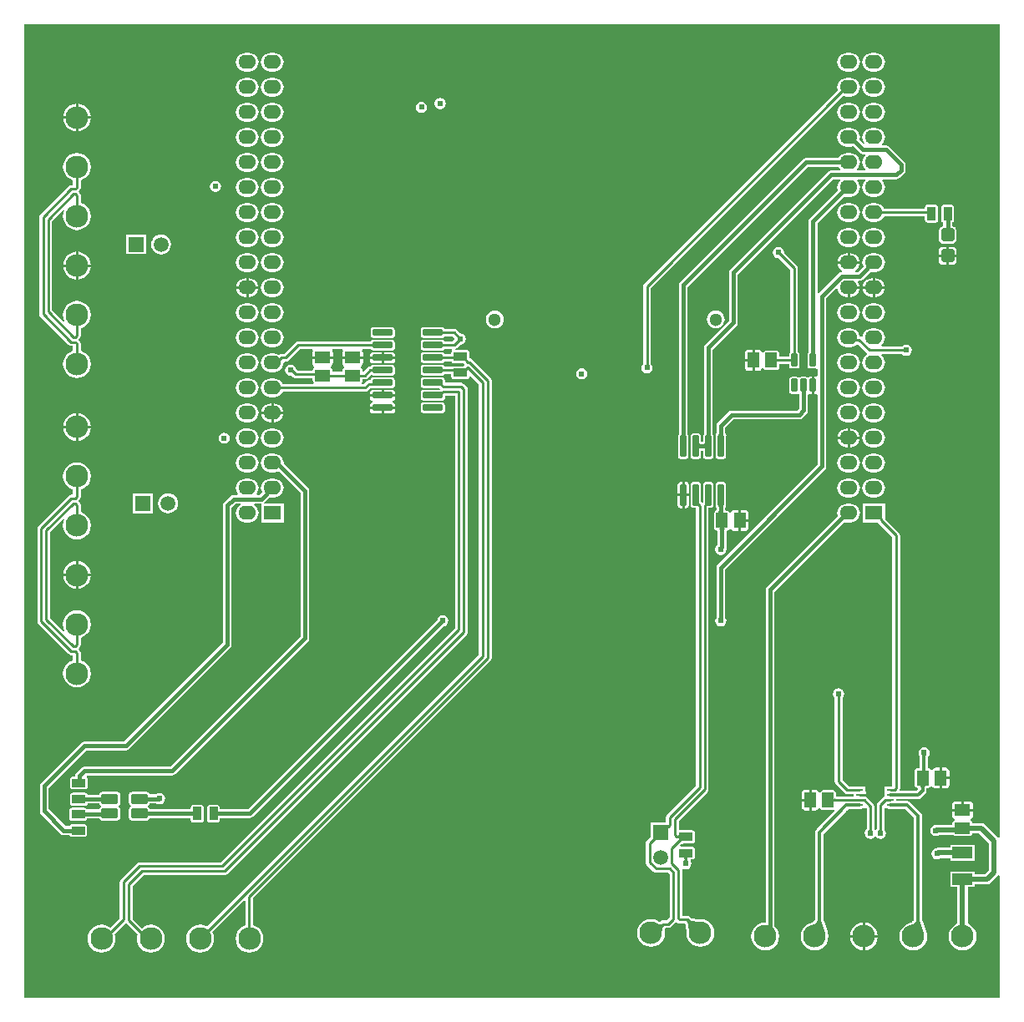
<source format=gtl>
G04*
G04 #@! TF.GenerationSoftware,Altium Limited,Altium Designer,21.2.1 (34)*
G04*
G04 Layer_Physical_Order=1*
G04 Layer_Color=255*
%FSLAX25Y25*%
%MOIN*%
G70*
G04*
G04 #@! TF.SameCoordinates,FC6629E9-78AA-4B47-8282-D4641D11E1DD*
G04*
G04*
G04 #@! TF.FilePolarity,Positive*
G04*
G01*
G75*
%ADD10C,0.02000*%
%ADD12C,0.01500*%
%ADD15C,0.01000*%
%ADD18R,0.08000X0.04500*%
G04:AMPARAMS|DCode=19|XSize=49.21mil|YSize=62.99mil|CornerRadius=4.92mil|HoleSize=0mil|Usage=FLASHONLY|Rotation=270.000|XOffset=0mil|YOffset=0mil|HoleType=Round|Shape=RoundedRectangle|*
%AMROUNDEDRECTD19*
21,1,0.04921,0.05315,0,0,270.0*
21,1,0.03937,0.06299,0,0,270.0*
1,1,0.00984,-0.02657,-0.01968*
1,1,0.00984,-0.02657,0.01968*
1,1,0.00984,0.02657,0.01968*
1,1,0.00984,0.02657,-0.01968*
%
%ADD19ROUNDEDRECTD19*%
G04:AMPARAMS|DCode=20|XSize=24.8mil|YSize=51.18mil|CornerRadius=1.86mil|HoleSize=0mil|Usage=FLASHONLY|Rotation=180.000|XOffset=0mil|YOffset=0mil|HoleType=Round|Shape=RoundedRectangle|*
%AMROUNDEDRECTD20*
21,1,0.02480,0.04746,0,0,180.0*
21,1,0.02108,0.05118,0,0,180.0*
1,1,0.00372,-0.01054,0.02373*
1,1,0.00372,0.01054,0.02373*
1,1,0.00372,0.01054,-0.02373*
1,1,0.00372,-0.01054,-0.02373*
%
%ADD20ROUNDEDRECTD20*%
G04:AMPARAMS|DCode=21|XSize=80mil|YSize=25mil|CornerRadius=1.88mil|HoleSize=0mil|Usage=FLASHONLY|Rotation=0.000|XOffset=0mil|YOffset=0mil|HoleType=Round|Shape=RoundedRectangle|*
%AMROUNDEDRECTD21*
21,1,0.08000,0.02125,0,0,0.0*
21,1,0.07625,0.02500,0,0,0.0*
1,1,0.00375,0.03813,-0.01063*
1,1,0.00375,-0.03813,-0.01063*
1,1,0.00375,-0.03813,0.01063*
1,1,0.00375,0.03813,0.01063*
%
%ADD21ROUNDEDRECTD21*%
G04:AMPARAMS|DCode=22|XSize=86.61mil|YSize=23.62mil|CornerRadius=1.77mil|HoleSize=0mil|Usage=FLASHONLY|Rotation=270.000|XOffset=0mil|YOffset=0mil|HoleType=Round|Shape=RoundedRectangle|*
%AMROUNDEDRECTD22*
21,1,0.08661,0.02008,0,0,270.0*
21,1,0.08307,0.02362,0,0,270.0*
1,1,0.00354,-0.01004,-0.04153*
1,1,0.00354,-0.01004,0.04153*
1,1,0.00354,0.01004,0.04153*
1,1,0.00354,0.01004,-0.04153*
%
%ADD22ROUNDEDRECTD22*%
G04:AMPARAMS|DCode=23|XSize=55.12mil|YSize=35.43mil|CornerRadius=2.66mil|HoleSize=0mil|Usage=FLASHONLY|Rotation=180.000|XOffset=0mil|YOffset=0mil|HoleType=Round|Shape=RoundedRectangle|*
%AMROUNDEDRECTD23*
21,1,0.05512,0.03012,0,0,180.0*
21,1,0.04980,0.03543,0,0,180.0*
1,1,0.00532,-0.02490,0.01506*
1,1,0.00532,0.02490,0.01506*
1,1,0.00532,0.02490,-0.01506*
1,1,0.00532,-0.02490,-0.01506*
%
%ADD23ROUNDEDRECTD23*%
G04:AMPARAMS|DCode=24|XSize=55.12mil|YSize=35.43mil|CornerRadius=2.66mil|HoleSize=0mil|Usage=FLASHONLY|Rotation=270.000|XOffset=0mil|YOffset=0mil|HoleType=Round|Shape=RoundedRectangle|*
%AMROUNDEDRECTD24*
21,1,0.05512,0.03012,0,0,270.0*
21,1,0.04980,0.03543,0,0,270.0*
1,1,0.00532,-0.01506,-0.02490*
1,1,0.00532,-0.01506,0.02490*
1,1,0.00532,0.01506,0.02490*
1,1,0.00532,0.01506,-0.02490*
%
%ADD24ROUNDEDRECTD24*%
%ADD25R,0.02953X0.00984*%
G04:AMPARAMS|DCode=26|XSize=51.18mil|YSize=51.18mil|CornerRadius=5.12mil|HoleSize=0mil|Usage=FLASHONLY|Rotation=270.000|XOffset=0mil|YOffset=0mil|HoleType=Round|Shape=RoundedRectangle|*
%AMROUNDEDRECTD26*
21,1,0.05118,0.04095,0,0,270.0*
21,1,0.04095,0.05118,0,0,270.0*
1,1,0.01024,-0.02047,-0.02047*
1,1,0.01024,-0.02047,0.02047*
1,1,0.01024,0.02047,0.02047*
1,1,0.01024,0.02047,-0.02047*
%
%ADD26ROUNDEDRECTD26*%
G04:AMPARAMS|DCode=27|XSize=49.21mil|YSize=62.99mil|CornerRadius=4.92mil|HoleSize=0mil|Usage=FLASHONLY|Rotation=0.000|XOffset=0mil|YOffset=0mil|HoleType=Round|Shape=RoundedRectangle|*
%AMROUNDEDRECTD27*
21,1,0.04921,0.05315,0,0,0.0*
21,1,0.03937,0.06299,0,0,0.0*
1,1,0.00984,0.01968,-0.02657*
1,1,0.00984,-0.01968,-0.02657*
1,1,0.00984,-0.01968,0.02657*
1,1,0.00984,0.01968,0.02657*
%
%ADD27ROUNDEDRECTD27*%
G04:AMPARAMS|DCode=28|XSize=39.37mil|YSize=66.93mil|CornerRadius=3.94mil|HoleSize=0mil|Usage=FLASHONLY|Rotation=90.000|XOffset=0mil|YOffset=0mil|HoleType=Round|Shape=RoundedRectangle|*
%AMROUNDEDRECTD28*
21,1,0.03937,0.05906,0,0,90.0*
21,1,0.03150,0.06693,0,0,90.0*
1,1,0.00787,0.02953,0.01575*
1,1,0.00787,0.02953,-0.01575*
1,1,0.00787,-0.02953,-0.01575*
1,1,0.00787,-0.02953,0.01575*
%
%ADD28ROUNDEDRECTD28*%
%ADD47C,0.01200*%
%ADD48R,0.07000X0.05500*%
%ADD49O,0.07000X0.05500*%
%ADD50C,0.05118*%
%ADD51C,0.05906*%
%ADD52R,0.05906X0.05906*%
%ADD53C,0.09055*%
%ADD54R,0.05906X0.05906*%
%ADD55C,0.02400*%
G36*
X525161Y530492D02*
X524661Y530340D01*
X524493Y530592D01*
X519367Y535718D01*
X518705Y536160D01*
X517925Y536316D01*
X514410D01*
X514324Y536749D01*
X514038Y537177D01*
X513654Y537433D01*
X513637Y537622D01*
X513696Y537955D01*
X514182Y538279D01*
X514512Y538773D01*
X514628Y539355D01*
Y540824D01*
X510449D01*
X506270D01*
Y539355D01*
X506386Y538773D01*
X506716Y538279D01*
X507202Y537955D01*
X507261Y537622D01*
X507244Y537433D01*
X506860Y537177D01*
X506574Y536749D01*
X506474Y536245D01*
Y535404D01*
X500438D01*
X499797Y535531D01*
X498939Y535360D01*
X498211Y534874D01*
X497725Y534147D01*
X497554Y533288D01*
X497725Y532430D01*
X498211Y531702D01*
X498939Y531216D01*
X499797Y531045D01*
X500656Y531216D01*
X500820Y531325D01*
X506936D01*
X507287Y531091D01*
X507792Y530990D01*
X513106D01*
X513611Y531091D01*
X514038Y531376D01*
X514324Y531804D01*
X514410Y532237D01*
X517080D01*
X521012Y528305D01*
Y517495D01*
X519406Y515889D01*
X515249D01*
Y516900D01*
X505649D01*
Y510800D01*
X508410D01*
Y496138D01*
X507661Y495828D01*
X506507Y494942D01*
X505621Y493788D01*
X505064Y492443D01*
X504874Y491000D01*
X505064Y489557D01*
X505621Y488212D01*
X506507Y487058D01*
X507661Y486172D01*
X509006Y485615D01*
X510449Y485425D01*
X511892Y485615D01*
X513237Y486172D01*
X514391Y487058D01*
X515277Y488212D01*
X515834Y489557D01*
X516024Y491000D01*
X515834Y492443D01*
X515277Y493788D01*
X514391Y494942D01*
X513237Y495828D01*
X512488Y496138D01*
Y510800D01*
X515249D01*
Y511811D01*
X520251D01*
X521031Y511966D01*
X521693Y512408D01*
X524493Y515208D01*
X524661Y515460D01*
X525161Y515308D01*
X525161Y466541D01*
X136041Y466541D01*
X136041Y855160D01*
X525160D01*
X525161Y530492D01*
D02*
G37*
%LPC*%
G36*
X475750Y843782D02*
X474250D01*
X473271Y843653D01*
X472359Y843276D01*
X471575Y842675D01*
X470974Y841891D01*
X470597Y840979D01*
X470468Y840000D01*
X470597Y839021D01*
X470974Y838109D01*
X471575Y837325D01*
X472359Y836724D01*
X473271Y836347D01*
X474250Y836218D01*
X475750D01*
X476729Y836347D01*
X477641Y836724D01*
X478425Y837325D01*
X479026Y838109D01*
X479403Y839021D01*
X479532Y840000D01*
X479403Y840979D01*
X479026Y841891D01*
X478425Y842675D01*
X477641Y843276D01*
X476729Y843653D01*
X475750Y843782D01*
D02*
G37*
G36*
X465750D02*
X464250D01*
X463271Y843653D01*
X462359Y843276D01*
X461576Y842675D01*
X460974Y841891D01*
X460597Y840979D01*
X460468Y840000D01*
X460597Y839021D01*
X460974Y838109D01*
X461576Y837325D01*
X462359Y836724D01*
X463271Y836347D01*
X464250Y836218D01*
X465750D01*
X466729Y836347D01*
X467641Y836724D01*
X468425Y837325D01*
X469026Y838109D01*
X469404Y839021D01*
X469532Y840000D01*
X469404Y840979D01*
X469026Y841891D01*
X468425Y842675D01*
X467641Y843276D01*
X466729Y843653D01*
X465750Y843782D01*
D02*
G37*
G36*
X235750D02*
X234250D01*
X233271Y843653D01*
X232359Y843276D01*
X231575Y842675D01*
X230974Y841891D01*
X230596Y840979D01*
X230468Y840000D01*
X230596Y839021D01*
X230974Y838109D01*
X231575Y837325D01*
X232359Y836724D01*
X233271Y836347D01*
X234250Y836218D01*
X235750D01*
X236729Y836347D01*
X237641Y836724D01*
X238424Y837325D01*
X239026Y838109D01*
X239404Y839021D01*
X239532Y840000D01*
X239404Y840979D01*
X239026Y841891D01*
X238424Y842675D01*
X237641Y843276D01*
X236729Y843653D01*
X235750Y843782D01*
D02*
G37*
G36*
X225750D02*
X224250D01*
X223271Y843653D01*
X222359Y843276D01*
X221575Y842675D01*
X220974Y841891D01*
X220597Y840979D01*
X220468Y840000D01*
X220597Y839021D01*
X220974Y838109D01*
X221575Y837325D01*
X222359Y836724D01*
X223271Y836347D01*
X224250Y836218D01*
X225750D01*
X226729Y836347D01*
X227641Y836724D01*
X228425Y837325D01*
X229026Y838109D01*
X229403Y839021D01*
X229532Y840000D01*
X229403Y840979D01*
X229026Y841891D01*
X228425Y842675D01*
X227641Y843276D01*
X226729Y843653D01*
X225750Y843782D01*
D02*
G37*
G36*
X475750Y833782D02*
X474250D01*
X473271Y833654D01*
X472359Y833276D01*
X471575Y832675D01*
X470974Y831891D01*
X470597Y830979D01*
X470468Y830000D01*
X470597Y829021D01*
X470974Y828109D01*
X471575Y827326D01*
X472359Y826724D01*
X473271Y826346D01*
X474250Y826218D01*
X475750D01*
X476729Y826346D01*
X477641Y826724D01*
X478425Y827326D01*
X479026Y828109D01*
X479403Y829021D01*
X479532Y830000D01*
X479403Y830979D01*
X479026Y831891D01*
X478425Y832675D01*
X477641Y833276D01*
X476729Y833654D01*
X475750Y833782D01*
D02*
G37*
G36*
X465750D02*
X464250D01*
X463271Y833654D01*
X462359Y833276D01*
X461576Y832675D01*
X460974Y831891D01*
X460597Y830979D01*
X460468Y830000D01*
X460597Y829021D01*
X460673Y828836D01*
X383419Y751581D01*
X383087Y751085D01*
X382971Y750500D01*
Y719624D01*
X382914Y719586D01*
X382428Y718858D01*
X382257Y718000D01*
X382428Y717142D01*
X382914Y716414D01*
X383642Y715928D01*
X384500Y715757D01*
X385358Y715928D01*
X386086Y716414D01*
X386572Y717142D01*
X386743Y718000D01*
X386572Y718858D01*
X386086Y719586D01*
X386029Y719624D01*
Y749866D01*
X462733Y826570D01*
X463271Y826346D01*
X464250Y826218D01*
X465750D01*
X466729Y826346D01*
X467641Y826724D01*
X468425Y827326D01*
X469026Y828109D01*
X469404Y829021D01*
X469532Y830000D01*
X469404Y830979D01*
X469026Y831891D01*
X468425Y832675D01*
X467641Y833276D01*
X466729Y833654D01*
X465750Y833782D01*
D02*
G37*
G36*
X235750D02*
X234250D01*
X233271Y833654D01*
X232359Y833276D01*
X231575Y832675D01*
X230974Y831891D01*
X230596Y830979D01*
X230468Y830000D01*
X230596Y829021D01*
X230974Y828109D01*
X231575Y827326D01*
X232359Y826724D01*
X233271Y826346D01*
X234250Y826218D01*
X235750D01*
X236729Y826346D01*
X237641Y826724D01*
X238424Y827326D01*
X239026Y828109D01*
X239404Y829021D01*
X239532Y830000D01*
X239404Y830979D01*
X239026Y831891D01*
X238424Y832675D01*
X237641Y833276D01*
X236729Y833654D01*
X235750Y833782D01*
D02*
G37*
G36*
X225750D02*
X224250D01*
X223271Y833654D01*
X222359Y833276D01*
X221575Y832675D01*
X220974Y831891D01*
X220597Y830979D01*
X220468Y830000D01*
X220597Y829021D01*
X220974Y828109D01*
X221575Y827326D01*
X222359Y826724D01*
X223271Y826346D01*
X224250Y826218D01*
X225750D01*
X226729Y826346D01*
X227641Y826724D01*
X228425Y827326D01*
X229026Y828109D01*
X229403Y829021D01*
X229532Y830000D01*
X229403Y830979D01*
X229026Y831891D01*
X228425Y832675D01*
X227641Y833276D01*
X226729Y833654D01*
X225750Y833782D01*
D02*
G37*
G36*
X302000Y825739D02*
X301142Y825568D01*
X300414Y825082D01*
X299928Y824354D01*
X299757Y823496D01*
X299928Y822638D01*
X300414Y821910D01*
X301142Y821424D01*
X302000Y821253D01*
X302858Y821424D01*
X303586Y821910D01*
X304072Y822638D01*
X304243Y823496D01*
X304072Y824354D01*
X303586Y825082D01*
X302858Y825568D01*
X302000Y825739D01*
D02*
G37*
G36*
X294500Y824243D02*
X293642Y824072D01*
X292914Y823586D01*
X292428Y822858D01*
X292257Y822000D01*
X292428Y821142D01*
X292914Y820414D01*
X293642Y819928D01*
X294500Y819757D01*
X295358Y819928D01*
X296086Y820414D01*
X296572Y821142D01*
X296743Y822000D01*
X296572Y822858D01*
X296086Y823586D01*
X295358Y824072D01*
X294500Y824243D01*
D02*
G37*
G36*
X157500Y823380D02*
Y818370D01*
X162509D01*
X162385Y819313D01*
X161828Y820658D01*
X160942Y821812D01*
X159788Y822698D01*
X158443Y823255D01*
X157500Y823380D01*
D02*
G37*
G36*
X156500D02*
X155557Y823255D01*
X154212Y822698D01*
X153058Y821812D01*
X152172Y820658D01*
X151615Y819313D01*
X151491Y818370D01*
X156500D01*
Y823380D01*
D02*
G37*
G36*
X475750Y823782D02*
X474250D01*
X473271Y823654D01*
X472359Y823276D01*
X471575Y822674D01*
X470974Y821891D01*
X470597Y820979D01*
X470468Y820000D01*
X470597Y819021D01*
X470974Y818109D01*
X471575Y817325D01*
X472359Y816724D01*
X473271Y816346D01*
X474250Y816218D01*
X475750D01*
X476729Y816346D01*
X477641Y816724D01*
X478425Y817325D01*
X479026Y818109D01*
X479403Y819021D01*
X479532Y820000D01*
X479403Y820979D01*
X479026Y821891D01*
X478425Y822674D01*
X477641Y823276D01*
X476729Y823654D01*
X475750Y823782D01*
D02*
G37*
G36*
X465750D02*
X464250D01*
X463271Y823654D01*
X462359Y823276D01*
X461576Y822674D01*
X460974Y821891D01*
X460597Y820979D01*
X460468Y820000D01*
X460597Y819021D01*
X460974Y818109D01*
X461576Y817325D01*
X462359Y816724D01*
X463271Y816346D01*
X464250Y816218D01*
X465750D01*
X466729Y816346D01*
X467641Y816724D01*
X468425Y817325D01*
X469026Y818109D01*
X469404Y819021D01*
X469532Y820000D01*
X469404Y820979D01*
X469026Y821891D01*
X468425Y822674D01*
X467641Y823276D01*
X466729Y823654D01*
X465750Y823782D01*
D02*
G37*
G36*
X235750D02*
X234250D01*
X233271Y823654D01*
X232359Y823276D01*
X231575Y822674D01*
X230974Y821891D01*
X230596Y820979D01*
X230468Y820000D01*
X230596Y819021D01*
X230974Y818109D01*
X231575Y817325D01*
X232359Y816724D01*
X233271Y816346D01*
X234250Y816218D01*
X235750D01*
X236729Y816346D01*
X237641Y816724D01*
X238424Y817325D01*
X239026Y818109D01*
X239404Y819021D01*
X239532Y820000D01*
X239404Y820979D01*
X239026Y821891D01*
X238424Y822674D01*
X237641Y823276D01*
X236729Y823654D01*
X235750Y823782D01*
D02*
G37*
G36*
X225750D02*
X224250D01*
X223271Y823654D01*
X222359Y823276D01*
X221575Y822674D01*
X220974Y821891D01*
X220597Y820979D01*
X220468Y820000D01*
X220597Y819021D01*
X220974Y818109D01*
X221575Y817325D01*
X222359Y816724D01*
X223271Y816346D01*
X224250Y816218D01*
X225750D01*
X226729Y816346D01*
X227641Y816724D01*
X228425Y817325D01*
X229026Y818109D01*
X229403Y819021D01*
X229532Y820000D01*
X229403Y820979D01*
X229026Y821891D01*
X228425Y822674D01*
X227641Y823276D01*
X226729Y823654D01*
X225750Y823782D01*
D02*
G37*
G36*
X162509Y817370D02*
X157500D01*
Y812361D01*
X158443Y812485D01*
X159788Y813042D01*
X160942Y813928D01*
X161828Y815082D01*
X162385Y816427D01*
X162509Y817370D01*
D02*
G37*
G36*
X156500D02*
X151491D01*
X151615Y816427D01*
X152172Y815082D01*
X153058Y813928D01*
X154212Y813042D01*
X155557Y812485D01*
X156500Y812361D01*
Y817370D01*
D02*
G37*
G36*
X475750Y813782D02*
X474250D01*
X473271Y813653D01*
X472359Y813276D01*
X471575Y812675D01*
X470974Y811891D01*
X470597Y810979D01*
X470468Y810000D01*
X470597Y809021D01*
X470974Y808109D01*
X471313Y807667D01*
X470936Y807337D01*
X469359Y808914D01*
X469404Y809021D01*
X469532Y810000D01*
X469404Y810979D01*
X469026Y811891D01*
X468425Y812675D01*
X467641Y813276D01*
X466729Y813653D01*
X465750Y813782D01*
X464250D01*
X463271Y813653D01*
X462359Y813276D01*
X461576Y812675D01*
X460974Y811891D01*
X460597Y810979D01*
X460468Y810000D01*
X460597Y809021D01*
X460974Y808109D01*
X461576Y807325D01*
X462359Y806724D01*
X463271Y806347D01*
X464250Y806218D01*
X465750D01*
X466729Y806347D01*
X466836Y806391D01*
X469488Y803738D01*
X469488Y803738D01*
X470067Y803351D01*
X470750Y803216D01*
X470750Y803216D01*
X471503D01*
X471664Y802742D01*
X471575Y802674D01*
X470974Y801891D01*
X470597Y800979D01*
X470468Y800000D01*
X470597Y799021D01*
X470974Y798109D01*
X471575Y797326D01*
X471664Y797258D01*
X471503Y796784D01*
X468497D01*
X468336Y797258D01*
X468425Y797326D01*
X469026Y798109D01*
X469404Y799021D01*
X469532Y800000D01*
X469404Y800979D01*
X469026Y801891D01*
X468425Y802674D01*
X467641Y803276D01*
X466729Y803654D01*
X465750Y803782D01*
X464250D01*
X463271Y803654D01*
X462359Y803276D01*
X461576Y802674D01*
X460974Y801891D01*
X460930Y801784D01*
X448000D01*
X447317Y801649D01*
X446738Y801262D01*
X446738Y801262D01*
X397738Y752262D01*
X397352Y751683D01*
X397216Y751000D01*
Y691489D01*
X397076Y691279D01*
X397000Y690898D01*
Y682590D01*
X397076Y682209D01*
X397292Y681886D01*
X397615Y681670D01*
X397996Y681594D01*
X400004D01*
X400385Y681670D01*
X400708Y681886D01*
X400924Y682209D01*
X401000Y682590D01*
Y690898D01*
X400924Y691279D01*
X400784Y691489D01*
Y750261D01*
X448739Y798216D01*
X460930D01*
X460974Y798109D01*
X461576Y797326D01*
X461664Y797258D01*
X461503Y796784D01*
X458000D01*
X458000Y796784D01*
X457317Y796649D01*
X456738Y796262D01*
X417738Y757262D01*
X417351Y756683D01*
X417216Y756000D01*
Y736739D01*
X407738Y727262D01*
X407351Y726683D01*
X407216Y726000D01*
Y691489D01*
X407076Y691279D01*
X407000Y690898D01*
Y688811D01*
X406934Y688731D01*
X406917Y688680D01*
X406887Y688634D01*
X406872Y688559D01*
X406734Y688536D01*
X406642Y688528D01*
X406358D01*
X406266Y688536D01*
X406128Y688559D01*
X406113Y688634D01*
X406082Y688680D01*
X406066Y688731D01*
X406000Y688811D01*
Y690898D01*
X405924Y691279D01*
X405708Y691602D01*
X405385Y691818D01*
X405004Y691894D01*
X402996D01*
X402615Y691818D01*
X402292Y691602D01*
X402076Y691279D01*
X402000Y690898D01*
Y682590D01*
X402076Y682209D01*
X402292Y681886D01*
X402615Y681670D01*
X402996Y681594D01*
X405004D01*
X405385Y681670D01*
X405708Y681886D01*
X405924Y682209D01*
X406000Y682590D01*
Y684678D01*
X406066Y684757D01*
X406082Y684809D01*
X406113Y684854D01*
X406128Y684929D01*
X406266Y684952D01*
X406358Y684960D01*
X406642D01*
X406734Y684952D01*
X406872Y684929D01*
X406887Y684854D01*
X406917Y684809D01*
X406934Y684757D01*
X407000Y684678D01*
Y682590D01*
X407076Y682209D01*
X407292Y681886D01*
X407615Y681670D01*
X407996Y681594D01*
X410004D01*
X410385Y681670D01*
X410708Y681886D01*
X410924Y682209D01*
X411000Y682590D01*
Y690898D01*
X410924Y691279D01*
X410784Y691489D01*
Y725261D01*
X420262Y734738D01*
X420262Y734738D01*
X420648Y735317D01*
X420784Y736000D01*
X420784Y736000D01*
Y755261D01*
X458739Y793216D01*
X461503D01*
X461664Y792742D01*
X461576Y792674D01*
X460974Y791891D01*
X460597Y790979D01*
X460468Y790000D01*
X460597Y789021D01*
X460641Y788914D01*
X449478Y777752D01*
X449092Y777173D01*
X448956Y776490D01*
Y724126D01*
X448757Y723829D01*
X448681Y723444D01*
Y718698D01*
X448757Y718313D01*
X448975Y717987D01*
X449301Y717769D01*
X449686Y717693D01*
X451794D01*
X452066Y717746D01*
X452430Y717546D01*
X452566Y717426D01*
Y714840D01*
X452066Y714528D01*
X451794Y714582D01*
X451240D01*
Y711000D01*
Y707418D01*
X451794D01*
X452066Y707472D01*
X452566Y707160D01*
Y679407D01*
X412738Y639580D01*
X412352Y639001D01*
X412216Y638318D01*
Y618290D01*
X411928Y617858D01*
X411757Y617000D01*
X411928Y616142D01*
X412414Y615414D01*
X413142Y614928D01*
X414000Y614757D01*
X414858Y614928D01*
X415586Y615414D01*
X416072Y616142D01*
X416243Y617000D01*
X416072Y617858D01*
X415784Y618290D01*
Y637579D01*
X455612Y677407D01*
X455612Y677407D01*
X455999Y677985D01*
X456134Y678668D01*
X456134Y678668D01*
Y745725D01*
X460015Y749606D01*
X460543Y749427D01*
X460597Y749021D01*
X460974Y748109D01*
X461576Y747326D01*
X462359Y746724D01*
X463271Y746347D01*
X464250Y746218D01*
X464500D01*
Y750000D01*
X465000D01*
Y750500D01*
X469466D01*
X469404Y750979D01*
X469026Y751891D01*
X468777Y752216D01*
X469023Y752716D01*
X469386D01*
X470069Y752851D01*
X470648Y753238D01*
X473648Y756238D01*
X473684Y756292D01*
X474250Y756218D01*
X475750D01*
X476729Y756347D01*
X477641Y756724D01*
X478425Y757326D01*
X479026Y758109D01*
X479403Y759021D01*
X479532Y760000D01*
X479403Y760979D01*
X479026Y761891D01*
X478425Y762675D01*
X477641Y763276D01*
X476729Y763654D01*
X475750Y763782D01*
X474250D01*
X473271Y763654D01*
X472359Y763276D01*
X471575Y762675D01*
X470974Y761891D01*
X470597Y760979D01*
X470468Y760000D01*
X470597Y759021D01*
X470827Y758464D01*
X468647Y756284D01*
X467854D01*
X467758Y756483D01*
X467719Y756784D01*
X468425Y757326D01*
X469026Y758109D01*
X469404Y759021D01*
X469466Y759500D01*
X465000D01*
X460534D01*
X460597Y759021D01*
X460974Y758109D01*
X461576Y757326D01*
X462295Y756773D01*
X462292Y756520D01*
X462203Y756248D01*
X461703Y756148D01*
X461124Y755762D01*
X461124Y755762D01*
X458488Y753126D01*
X458488Y753126D01*
X453088Y747726D01*
X453024Y747630D01*
X452524Y747782D01*
Y775751D01*
X463164Y786391D01*
X463271Y786346D01*
X464250Y786218D01*
X465750D01*
X466729Y786346D01*
X467641Y786724D01*
X468425Y787325D01*
X469026Y788109D01*
X469404Y789021D01*
X469532Y790000D01*
X469404Y790979D01*
X469026Y791891D01*
X468425Y792674D01*
X468336Y792742D01*
X468497Y793216D01*
X471503D01*
X471664Y792742D01*
X471575Y792674D01*
X470974Y791891D01*
X470597Y790979D01*
X470468Y790000D01*
X470597Y789021D01*
X470974Y788109D01*
X471575Y787325D01*
X472359Y786724D01*
X473271Y786346D01*
X474250Y786218D01*
X475750D01*
X476729Y786346D01*
X477641Y786724D01*
X478425Y787325D01*
X479026Y788109D01*
X479403Y789021D01*
X479532Y790000D01*
X479403Y790979D01*
X479026Y791891D01*
X478425Y792674D01*
X478336Y792742D01*
X478497Y793216D01*
X484114D01*
X484797Y793352D01*
X485376Y793738D01*
X487262Y795624D01*
X487262Y795624D01*
X487648Y796203D01*
X487784Y796886D01*
Y799000D01*
X487648Y799683D01*
X487262Y800262D01*
X481262Y806262D01*
X480683Y806649D01*
X480000Y806784D01*
X478497D01*
X478336Y807258D01*
X478425Y807325D01*
X479026Y808109D01*
X479403Y809021D01*
X479532Y810000D01*
X479403Y810979D01*
X479026Y811891D01*
X478425Y812675D01*
X477641Y813276D01*
X476729Y813653D01*
X475750Y813782D01*
D02*
G37*
G36*
X235750D02*
X234250D01*
X233271Y813653D01*
X232359Y813276D01*
X231575Y812675D01*
X230974Y811891D01*
X230596Y810979D01*
X230468Y810000D01*
X230596Y809021D01*
X230974Y808109D01*
X231575Y807325D01*
X232359Y806724D01*
X233271Y806347D01*
X234250Y806218D01*
X235750D01*
X236729Y806347D01*
X237641Y806724D01*
X238424Y807325D01*
X239026Y808109D01*
X239404Y809021D01*
X239532Y810000D01*
X239404Y810979D01*
X239026Y811891D01*
X238424Y812675D01*
X237641Y813276D01*
X236729Y813653D01*
X235750Y813782D01*
D02*
G37*
G36*
X225750D02*
X224250D01*
X223271Y813653D01*
X222359Y813276D01*
X221575Y812675D01*
X220974Y811891D01*
X220597Y810979D01*
X220468Y810000D01*
X220597Y809021D01*
X220974Y808109D01*
X221575Y807325D01*
X222359Y806724D01*
X223271Y806347D01*
X224250Y806218D01*
X225750D01*
X226729Y806347D01*
X227641Y806724D01*
X228425Y807325D01*
X229026Y808109D01*
X229403Y809021D01*
X229532Y810000D01*
X229403Y810979D01*
X229026Y811891D01*
X228425Y812675D01*
X227641Y813276D01*
X226729Y813653D01*
X225750Y813782D01*
D02*
G37*
G36*
X235750Y803782D02*
X234250D01*
X233271Y803654D01*
X232359Y803276D01*
X231575Y802674D01*
X230974Y801891D01*
X230596Y800979D01*
X230468Y800000D01*
X230596Y799021D01*
X230974Y798109D01*
X231575Y797326D01*
X232359Y796724D01*
X233271Y796347D01*
X234250Y796218D01*
X235750D01*
X236729Y796347D01*
X237641Y796724D01*
X238424Y797326D01*
X239026Y798109D01*
X239404Y799021D01*
X239532Y800000D01*
X239404Y800979D01*
X239026Y801891D01*
X238424Y802674D01*
X237641Y803276D01*
X236729Y803654D01*
X235750Y803782D01*
D02*
G37*
G36*
X225750D02*
X224250D01*
X223271Y803654D01*
X222359Y803276D01*
X221575Y802674D01*
X220974Y801891D01*
X220597Y800979D01*
X220468Y800000D01*
X220597Y799021D01*
X220974Y798109D01*
X221575Y797326D01*
X222359Y796724D01*
X223271Y796347D01*
X224250Y796218D01*
X225750D01*
X226729Y796347D01*
X227641Y796724D01*
X228425Y797326D01*
X229026Y798109D01*
X229403Y799021D01*
X229532Y800000D01*
X229403Y800979D01*
X229026Y801891D01*
X228425Y802674D01*
X227641Y803276D01*
X226729Y803654D01*
X225750Y803782D01*
D02*
G37*
G36*
X212300Y792643D02*
X211442Y792472D01*
X210714Y791986D01*
X210228Y791258D01*
X210057Y790400D01*
X210228Y789542D01*
X210714Y788814D01*
X211442Y788328D01*
X212300Y788157D01*
X213158Y788328D01*
X213886Y788814D01*
X214372Y789542D01*
X214543Y790400D01*
X214372Y791258D01*
X213886Y791986D01*
X213158Y792472D01*
X212300Y792643D01*
D02*
G37*
G36*
X235750Y793782D02*
X234250D01*
X233271Y793653D01*
X232359Y793276D01*
X231575Y792674D01*
X230974Y791891D01*
X230596Y790979D01*
X230468Y790000D01*
X230596Y789021D01*
X230974Y788109D01*
X231575Y787325D01*
X232359Y786724D01*
X233271Y786346D01*
X234250Y786218D01*
X235750D01*
X236729Y786346D01*
X237641Y786724D01*
X238424Y787325D01*
X239026Y788109D01*
X239404Y789021D01*
X239532Y790000D01*
X239404Y790979D01*
X239026Y791891D01*
X238424Y792674D01*
X237641Y793276D01*
X236729Y793653D01*
X235750Y793782D01*
D02*
G37*
G36*
X225750D02*
X224250D01*
X223271Y793653D01*
X222359Y793276D01*
X221575Y792674D01*
X220974Y791891D01*
X220597Y790979D01*
X220468Y790000D01*
X220597Y789021D01*
X220974Y788109D01*
X221575Y787325D01*
X222359Y786724D01*
X223271Y786346D01*
X224250Y786218D01*
X225750D01*
X226729Y786346D01*
X227641Y786724D01*
X228425Y787325D01*
X229026Y788109D01*
X229403Y789021D01*
X229532Y790000D01*
X229403Y790979D01*
X229026Y791891D01*
X228425Y792674D01*
X227641Y793276D01*
X226729Y793653D01*
X225750Y793782D01*
D02*
G37*
G36*
X465750Y783782D02*
X464250D01*
X463271Y783653D01*
X462359Y783276D01*
X461576Y782675D01*
X460974Y781891D01*
X460597Y780979D01*
X460468Y780000D01*
X460597Y779021D01*
X460974Y778109D01*
X461576Y777325D01*
X462359Y776724D01*
X463271Y776346D01*
X464250Y776218D01*
X465750D01*
X466729Y776346D01*
X467641Y776724D01*
X468425Y777325D01*
X469026Y778109D01*
X469404Y779021D01*
X469532Y780000D01*
X469404Y780979D01*
X469026Y781891D01*
X468425Y782675D01*
X467641Y783276D01*
X466729Y783653D01*
X465750Y783782D01*
D02*
G37*
G36*
X235750D02*
X234250D01*
X233271Y783653D01*
X232359Y783276D01*
X231575Y782675D01*
X230974Y781891D01*
X230596Y780979D01*
X230468Y780000D01*
X230596Y779021D01*
X230974Y778109D01*
X231575Y777325D01*
X232359Y776724D01*
X233271Y776346D01*
X234250Y776218D01*
X235750D01*
X236729Y776346D01*
X237641Y776724D01*
X238424Y777325D01*
X239026Y778109D01*
X239404Y779021D01*
X239532Y780000D01*
X239404Y780979D01*
X239026Y781891D01*
X238424Y782675D01*
X237641Y783276D01*
X236729Y783653D01*
X235750Y783782D01*
D02*
G37*
G36*
X225750D02*
X224250D01*
X223271Y783653D01*
X222359Y783276D01*
X221575Y782675D01*
X220974Y781891D01*
X220597Y780979D01*
X220468Y780000D01*
X220597Y779021D01*
X220974Y778109D01*
X221575Y777325D01*
X222359Y776724D01*
X223271Y776346D01*
X224250Y776218D01*
X225750D01*
X226729Y776346D01*
X227641Y776724D01*
X228425Y777325D01*
X229026Y778109D01*
X229403Y779021D01*
X229532Y780000D01*
X229403Y780979D01*
X229026Y781891D01*
X228425Y782675D01*
X227641Y783276D01*
X226729Y783653D01*
X225750Y783782D01*
D02*
G37*
G36*
X475750D02*
X474250D01*
X473271Y783653D01*
X472359Y783276D01*
X471575Y782675D01*
X470974Y781891D01*
X470597Y780979D01*
X470468Y780000D01*
X470597Y779021D01*
X470974Y778109D01*
X471575Y777325D01*
X472359Y776724D01*
X473271Y776346D01*
X474250Y776218D01*
X475750D01*
X476729Y776346D01*
X477641Y776724D01*
X478425Y777325D01*
X479026Y778109D01*
X479176Y778471D01*
X495411D01*
Y777010D01*
X495494Y776594D01*
X495730Y776241D01*
X496082Y776006D01*
X496498Y775923D01*
X499510D01*
X499926Y776006D01*
X500278Y776241D01*
X500514Y776594D01*
X500597Y777010D01*
Y781990D01*
X500514Y782406D01*
X500278Y782759D01*
X499926Y782994D01*
X499510Y783077D01*
X496498D01*
X496082Y782994D01*
X495730Y782759D01*
X495494Y782406D01*
X495411Y781990D01*
Y781529D01*
X479176D01*
X479026Y781891D01*
X478425Y782675D01*
X477641Y783276D01*
X476729Y783653D01*
X475750Y783782D01*
D02*
G37*
G36*
X157000Y803760D02*
X155557Y803570D01*
X154212Y803013D01*
X153058Y802127D01*
X152172Y800973D01*
X151615Y799628D01*
X151425Y798185D01*
X151615Y796742D01*
X152172Y795397D01*
X153058Y794243D01*
X154212Y793357D01*
X155471Y792836D01*
Y790872D01*
X154757D01*
X154172Y790756D01*
X153676Y790424D01*
X142419Y779167D01*
X142087Y778670D01*
X141971Y778085D01*
Y739545D01*
X142087Y738960D01*
X142419Y738463D01*
X153676Y727206D01*
X154172Y726874D01*
X154757Y726758D01*
X155471D01*
Y724794D01*
X154212Y724273D01*
X153058Y723387D01*
X152172Y722232D01*
X151615Y720888D01*
X151425Y719445D01*
X151615Y718002D01*
X152172Y716657D01*
X153058Y715503D01*
X154212Y714617D01*
X155557Y714060D01*
X157000Y713870D01*
X158443Y714060D01*
X159788Y714617D01*
X160942Y715503D01*
X161828Y716657D01*
X162385Y718002D01*
X162575Y719445D01*
X162385Y720888D01*
X161828Y722232D01*
X160942Y723387D01*
X159788Y724273D01*
X158529Y724794D01*
Y727702D01*
X158413Y728287D01*
X158081Y728783D01*
X157577Y729287D01*
X158081Y729792D01*
X158413Y730288D01*
X158529Y730873D01*
Y733780D01*
X159788Y734302D01*
X160942Y735188D01*
X161828Y736342D01*
X162385Y737687D01*
X162575Y739130D01*
X162385Y740573D01*
X161828Y741918D01*
X160942Y743072D01*
X159788Y743958D01*
X158443Y744515D01*
X157000Y744705D01*
X155557Y744515D01*
X154212Y743958D01*
X153058Y743072D01*
X152172Y741918D01*
X151615Y740573D01*
X151425Y739130D01*
X151615Y737687D01*
X152010Y736734D01*
X151586Y736450D01*
X147029Y741007D01*
Y776623D01*
X151586Y781180D01*
X152010Y780896D01*
X151615Y779943D01*
X151425Y778500D01*
X151615Y777057D01*
X152172Y775712D01*
X153058Y774558D01*
X154212Y773672D01*
X155557Y773115D01*
X157000Y772925D01*
X158443Y773115D01*
X159788Y773672D01*
X160942Y774558D01*
X161828Y775712D01*
X162385Y777057D01*
X162575Y778500D01*
X162385Y779943D01*
X161828Y781288D01*
X160942Y782442D01*
X159788Y783328D01*
X158529Y783849D01*
Y786757D01*
X158413Y787342D01*
X158081Y787838D01*
X157577Y788343D01*
X158081Y788847D01*
X158413Y789343D01*
X158529Y789928D01*
Y792836D01*
X159788Y793357D01*
X160942Y794243D01*
X161828Y795397D01*
X162385Y796742D01*
X162575Y798185D01*
X162385Y799628D01*
X161828Y800973D01*
X160942Y802127D01*
X159788Y803013D01*
X158443Y803570D01*
X157000Y803760D01*
D02*
G37*
G36*
X506006Y783077D02*
X502994D01*
X502578Y782994D01*
X502226Y782759D01*
X501990Y782406D01*
X501907Y781990D01*
Y777010D01*
X501990Y776594D01*
X502226Y776241D01*
X502578Y776006D01*
X502716Y775979D01*
Y774385D01*
X502453D01*
X501941Y774283D01*
X501507Y773993D01*
X501217Y773559D01*
X501115Y773047D01*
Y768953D01*
X501217Y768441D01*
X501507Y768007D01*
X501941Y767717D01*
X502453Y767615D01*
X506547D01*
X507059Y767717D01*
X507493Y768007D01*
X507783Y768441D01*
X507885Y768953D01*
Y773047D01*
X507783Y773559D01*
X507493Y773993D01*
X507059Y774283D01*
X506547Y774385D01*
X506284D01*
Y775979D01*
X506422Y776006D01*
X506774Y776241D01*
X507010Y776594D01*
X507093Y777010D01*
Y781990D01*
X507010Y782406D01*
X506774Y782759D01*
X506422Y782994D01*
X506006Y783077D01*
D02*
G37*
G36*
X475750Y773782D02*
X474250D01*
X473271Y773654D01*
X472359Y773276D01*
X471575Y772675D01*
X470974Y771891D01*
X470597Y770979D01*
X470468Y770000D01*
X470597Y769021D01*
X470974Y768109D01*
X471575Y767325D01*
X472359Y766724D01*
X473271Y766347D01*
X474250Y766218D01*
X475750D01*
X476729Y766347D01*
X477641Y766724D01*
X478425Y767325D01*
X479026Y768109D01*
X479403Y769021D01*
X479532Y770000D01*
X479403Y770979D01*
X479026Y771891D01*
X478425Y772675D01*
X477641Y773276D01*
X476729Y773654D01*
X475750Y773782D01*
D02*
G37*
G36*
X465750D02*
X464250D01*
X463271Y773654D01*
X462359Y773276D01*
X461576Y772675D01*
X460974Y771891D01*
X460597Y770979D01*
X460468Y770000D01*
X460597Y769021D01*
X460974Y768109D01*
X461576Y767325D01*
X462359Y766724D01*
X463271Y766347D01*
X464250Y766218D01*
X465750D01*
X466729Y766347D01*
X467641Y766724D01*
X468425Y767325D01*
X469026Y768109D01*
X469404Y769021D01*
X469532Y770000D01*
X469404Y770979D01*
X469026Y771891D01*
X468425Y772675D01*
X467641Y773276D01*
X466729Y773654D01*
X465750Y773782D01*
D02*
G37*
G36*
X235750D02*
X234250D01*
X233271Y773654D01*
X232359Y773276D01*
X231575Y772675D01*
X230974Y771891D01*
X230596Y770979D01*
X230468Y770000D01*
X230596Y769021D01*
X230974Y768109D01*
X231575Y767325D01*
X232359Y766724D01*
X233271Y766347D01*
X234250Y766218D01*
X235750D01*
X236729Y766347D01*
X237641Y766724D01*
X238424Y767325D01*
X239026Y768109D01*
X239404Y769021D01*
X239532Y770000D01*
X239404Y770979D01*
X239026Y771891D01*
X238424Y772675D01*
X237641Y773276D01*
X236729Y773654D01*
X235750Y773782D01*
D02*
G37*
G36*
X225750D02*
X224250D01*
X223271Y773654D01*
X222359Y773276D01*
X221575Y772675D01*
X220974Y771891D01*
X220597Y770979D01*
X220468Y770000D01*
X220597Y769021D01*
X220974Y768109D01*
X221575Y767325D01*
X222359Y766724D01*
X223271Y766347D01*
X224250Y766218D01*
X225750D01*
X226729Y766347D01*
X227641Y766724D01*
X228425Y767325D01*
X229026Y768109D01*
X229403Y769021D01*
X229532Y770000D01*
X229403Y770979D01*
X229026Y771891D01*
X228425Y772675D01*
X227641Y773276D01*
X226729Y773654D01*
X225750Y773782D01*
D02*
G37*
G36*
X184553Y771253D02*
X176647D01*
Y763347D01*
X184553D01*
Y771253D01*
D02*
G37*
G36*
X190600Y771287D02*
X189568Y771151D01*
X188607Y770753D01*
X187781Y770119D01*
X187147Y769293D01*
X186749Y768332D01*
X186613Y767300D01*
X186749Y766268D01*
X187147Y765307D01*
X187781Y764481D01*
X188607Y763847D01*
X189568Y763449D01*
X190600Y763313D01*
X191632Y763449D01*
X192593Y763847D01*
X193419Y764481D01*
X194053Y765307D01*
X194451Y766268D01*
X194587Y767300D01*
X194451Y768332D01*
X194053Y769293D01*
X193419Y770119D01*
X192593Y770753D01*
X191632Y771151D01*
X190600Y771287D01*
D02*
G37*
G36*
X506547Y766321D02*
X505000D01*
Y763232D01*
X508089D01*
Y764780D01*
X507971Y765369D01*
X507637Y765870D01*
X507137Y766204D01*
X506547Y766321D01*
D02*
G37*
G36*
X504000D02*
X502453D01*
X501863Y766204D01*
X501363Y765870D01*
X501029Y765369D01*
X500911Y764780D01*
Y763232D01*
X504000D01*
Y766321D01*
D02*
G37*
G36*
X465750Y763782D02*
X465500D01*
Y760500D01*
X469466D01*
X469404Y760979D01*
X469026Y761891D01*
X468425Y762675D01*
X467641Y763276D01*
X466729Y763654D01*
X465750Y763782D01*
D02*
G37*
G36*
X464500D02*
X464250D01*
X463271Y763654D01*
X462359Y763276D01*
X461576Y762675D01*
X460974Y761891D01*
X460597Y760979D01*
X460534Y760500D01*
X464500D01*
Y763782D01*
D02*
G37*
G36*
X157500Y764324D02*
Y759315D01*
X162509D01*
X162385Y760258D01*
X161828Y761603D01*
X160942Y762757D01*
X159788Y763643D01*
X158443Y764200D01*
X157500Y764324D01*
D02*
G37*
G36*
X156500D02*
X155557Y764200D01*
X154212Y763643D01*
X153058Y762757D01*
X152172Y761603D01*
X151615Y760258D01*
X151491Y759315D01*
X156500D01*
Y764324D01*
D02*
G37*
G36*
X508089Y762232D02*
X505000D01*
Y759144D01*
X506547D01*
X507137Y759261D01*
X507637Y759595D01*
X507971Y760095D01*
X508089Y760685D01*
Y762232D01*
D02*
G37*
G36*
X504000D02*
X500911D01*
Y760685D01*
X501029Y760095D01*
X501363Y759595D01*
X501863Y759261D01*
X502453Y759144D01*
X504000D01*
Y762232D01*
D02*
G37*
G36*
X235750Y763782D02*
X234250D01*
X233271Y763654D01*
X232359Y763276D01*
X231575Y762675D01*
X230974Y761891D01*
X230596Y760979D01*
X230468Y760000D01*
X230596Y759021D01*
X230974Y758109D01*
X231575Y757326D01*
X232359Y756724D01*
X233271Y756347D01*
X234250Y756218D01*
X235750D01*
X236729Y756347D01*
X237641Y756724D01*
X238424Y757326D01*
X239026Y758109D01*
X239404Y759021D01*
X239532Y760000D01*
X239404Y760979D01*
X239026Y761891D01*
X238424Y762675D01*
X237641Y763276D01*
X236729Y763654D01*
X235750Y763782D01*
D02*
G37*
G36*
X225750D02*
X224250D01*
X223271Y763654D01*
X222359Y763276D01*
X221575Y762675D01*
X220974Y761891D01*
X220597Y760979D01*
X220468Y760000D01*
X220597Y759021D01*
X220974Y758109D01*
X221575Y757326D01*
X222359Y756724D01*
X223271Y756347D01*
X224250Y756218D01*
X225750D01*
X226729Y756347D01*
X227641Y756724D01*
X228425Y757326D01*
X229026Y758109D01*
X229403Y759021D01*
X229532Y760000D01*
X229403Y760979D01*
X229026Y761891D01*
X228425Y762675D01*
X227641Y763276D01*
X226729Y763654D01*
X225750Y763782D01*
D02*
G37*
G36*
X162509Y758315D02*
X157500D01*
Y753305D01*
X158443Y753430D01*
X159788Y753987D01*
X160942Y754873D01*
X161828Y756027D01*
X162385Y757372D01*
X162509Y758315D01*
D02*
G37*
G36*
X156500D02*
X151491D01*
X151615Y757372D01*
X152172Y756027D01*
X153058Y754873D01*
X154212Y753987D01*
X155557Y753430D01*
X156500Y753305D01*
Y758315D01*
D02*
G37*
G36*
X475750Y753782D02*
X475500D01*
Y750500D01*
X479466D01*
X479403Y750979D01*
X479026Y751891D01*
X478425Y752674D01*
X477641Y753276D01*
X476729Y753653D01*
X475750Y753782D01*
D02*
G37*
G36*
X225750D02*
X225500D01*
Y750500D01*
X229467D01*
X229403Y750979D01*
X229026Y751891D01*
X228425Y752674D01*
X227641Y753276D01*
X226729Y753653D01*
X225750Y753782D01*
D02*
G37*
G36*
X474500D02*
X474250D01*
X473271Y753653D01*
X472359Y753276D01*
X471575Y752674D01*
X470974Y751891D01*
X470597Y750979D01*
X470534Y750500D01*
X474500D01*
Y753782D01*
D02*
G37*
G36*
X224500D02*
X224250D01*
X223271Y753653D01*
X222359Y753276D01*
X221575Y752674D01*
X220974Y751891D01*
X220597Y750979D01*
X220533Y750500D01*
X224500D01*
Y753782D01*
D02*
G37*
G36*
X479466Y749500D02*
X475500D01*
Y746218D01*
X475750D01*
X476729Y746347D01*
X477641Y746724D01*
X478425Y747326D01*
X479026Y748109D01*
X479403Y749021D01*
X479466Y749500D01*
D02*
G37*
G36*
X474500D02*
X470534D01*
X470597Y749021D01*
X470974Y748109D01*
X471575Y747326D01*
X472359Y746724D01*
X473271Y746347D01*
X474250Y746218D01*
X474500D01*
Y749500D01*
D02*
G37*
G36*
X469466D02*
X465500D01*
Y746218D01*
X465750D01*
X466729Y746347D01*
X467641Y746724D01*
X468425Y747326D01*
X469026Y748109D01*
X469404Y749021D01*
X469466Y749500D01*
D02*
G37*
G36*
X235750Y753782D02*
X234250D01*
X233271Y753653D01*
X232359Y753276D01*
X231575Y752674D01*
X230974Y751891D01*
X230596Y750979D01*
X230468Y750000D01*
X230596Y749021D01*
X230974Y748109D01*
X231575Y747326D01*
X232359Y746724D01*
X233271Y746347D01*
X234250Y746218D01*
X235750D01*
X236729Y746347D01*
X237641Y746724D01*
X238424Y747326D01*
X239026Y748109D01*
X239404Y749021D01*
X239532Y750000D01*
X239404Y750979D01*
X239026Y751891D01*
X238424Y752674D01*
X237641Y753276D01*
X236729Y753653D01*
X235750Y753782D01*
D02*
G37*
G36*
X229467Y749500D02*
X225500D01*
Y746218D01*
X225750D01*
X226729Y746347D01*
X227641Y746724D01*
X228425Y747326D01*
X229026Y748109D01*
X229403Y749021D01*
X229467Y749500D01*
D02*
G37*
G36*
X224500D02*
X220533D01*
X220597Y749021D01*
X220974Y748109D01*
X221575Y747326D01*
X222359Y746724D01*
X223271Y746347D01*
X224250Y746218D01*
X224500D01*
Y749500D01*
D02*
G37*
G36*
X475750Y743782D02*
X474250D01*
X473271Y743653D01*
X472359Y743276D01*
X471575Y742674D01*
X470974Y741891D01*
X470597Y740979D01*
X470468Y740000D01*
X470597Y739021D01*
X470974Y738109D01*
X471575Y737325D01*
X472359Y736724D01*
X473271Y736346D01*
X474250Y736218D01*
X475750D01*
X476729Y736346D01*
X477641Y736724D01*
X478425Y737325D01*
X479026Y738109D01*
X479403Y739021D01*
X479532Y740000D01*
X479403Y740979D01*
X479026Y741891D01*
X478425Y742674D01*
X477641Y743276D01*
X476729Y743653D01*
X475750Y743782D01*
D02*
G37*
G36*
X465750D02*
X464250D01*
X463271Y743653D01*
X462359Y743276D01*
X461576Y742674D01*
X460974Y741891D01*
X460597Y740979D01*
X460468Y740000D01*
X460597Y739021D01*
X460974Y738109D01*
X461576Y737325D01*
X462359Y736724D01*
X463271Y736346D01*
X464250Y736218D01*
X465750D01*
X466729Y736346D01*
X467641Y736724D01*
X468425Y737325D01*
X469026Y738109D01*
X469404Y739021D01*
X469532Y740000D01*
X469404Y740979D01*
X469026Y741891D01*
X468425Y742674D01*
X467641Y743276D01*
X466729Y743653D01*
X465750Y743782D01*
D02*
G37*
G36*
X235750D02*
X234250D01*
X233271Y743653D01*
X232359Y743276D01*
X231575Y742674D01*
X230974Y741891D01*
X230596Y740979D01*
X230468Y740000D01*
X230596Y739021D01*
X230974Y738109D01*
X231575Y737325D01*
X232359Y736724D01*
X233271Y736346D01*
X234250Y736218D01*
X235750D01*
X236729Y736346D01*
X237641Y736724D01*
X238424Y737325D01*
X239026Y738109D01*
X239404Y739021D01*
X239532Y740000D01*
X239404Y740979D01*
X239026Y741891D01*
X238424Y742674D01*
X237641Y743276D01*
X236729Y743653D01*
X235750Y743782D01*
D02*
G37*
G36*
X225750D02*
X224250D01*
X223271Y743653D01*
X222359Y743276D01*
X221575Y742674D01*
X220974Y741891D01*
X220597Y740979D01*
X220468Y740000D01*
X220597Y739021D01*
X220974Y738109D01*
X221575Y737325D01*
X222359Y736724D01*
X223271Y736346D01*
X224250Y736218D01*
X225750D01*
X226729Y736346D01*
X227641Y736724D01*
X228425Y737325D01*
X229026Y738109D01*
X229403Y739021D01*
X229532Y740000D01*
X229403Y740979D01*
X229026Y741891D01*
X228425Y742674D01*
X227641Y743276D01*
X226729Y743653D01*
X225750Y743782D01*
D02*
G37*
G36*
X411988Y740893D02*
X411059Y740771D01*
X410193Y740412D01*
X409450Y739842D01*
X408879Y739098D01*
X408521Y738232D01*
X408398Y737303D01*
X408521Y736374D01*
X408879Y735508D01*
X409450Y734765D01*
X410193Y734194D01*
X411059Y733836D01*
X411988Y733713D01*
X412917Y733836D01*
X413783Y734194D01*
X414527Y734765D01*
X415097Y735508D01*
X415456Y736374D01*
X415578Y737303D01*
X415456Y738232D01*
X415097Y739098D01*
X414527Y739842D01*
X413783Y740412D01*
X412917Y740771D01*
X411988Y740893D01*
D02*
G37*
G36*
X323799D02*
X322870Y740771D01*
X322004Y740412D01*
X321261Y739842D01*
X320690Y739098D01*
X320332Y738232D01*
X320210Y737303D01*
X320332Y736374D01*
X320690Y735508D01*
X321261Y734765D01*
X322004Y734194D01*
X322870Y733836D01*
X323799Y733713D01*
X324728Y733836D01*
X325594Y734194D01*
X326338Y734765D01*
X326908Y735508D01*
X327267Y736374D01*
X327389Y737303D01*
X327267Y738232D01*
X326908Y739098D01*
X326338Y739842D01*
X325594Y740412D01*
X324728Y740771D01*
X323799Y740893D01*
D02*
G37*
G36*
X475750Y733782D02*
X474250D01*
X473271Y733653D01*
X472359Y733276D01*
X471575Y732675D01*
X470974Y731891D01*
X470597Y730979D01*
X470542Y730567D01*
X470275Y730425D01*
X470012Y730368D01*
X469585Y730653D01*
X469443Y730681D01*
X469404Y730979D01*
X469026Y731891D01*
X468425Y732675D01*
X467641Y733276D01*
X466729Y733653D01*
X465750Y733782D01*
X464250D01*
X463271Y733653D01*
X462359Y733276D01*
X461576Y732675D01*
X460974Y731891D01*
X460597Y730979D01*
X460468Y730000D01*
X460597Y729021D01*
X460974Y728109D01*
X461576Y727325D01*
X462359Y726724D01*
X463271Y726346D01*
X464250Y726218D01*
X465750D01*
X466729Y726346D01*
X467641Y726724D01*
X468425Y727325D01*
X468731Y727346D01*
X472158Y723919D01*
X472329Y723804D01*
X472346Y723509D01*
X472294Y723226D01*
X471575Y722675D01*
X470974Y721891D01*
X470597Y720979D01*
X470468Y720000D01*
X470597Y719021D01*
X470974Y718109D01*
X471575Y717325D01*
X472359Y716724D01*
X473271Y716347D01*
X474250Y716218D01*
X475750D01*
X476729Y716347D01*
X477641Y716724D01*
X478425Y717325D01*
X479026Y718109D01*
X479403Y719021D01*
X479532Y720000D01*
X479403Y720979D01*
X479026Y721891D01*
X478425Y722675D01*
X478039Y722971D01*
X478208Y723471D01*
X486376D01*
X486414Y723414D01*
X487142Y722928D01*
X488000Y722757D01*
X488858Y722928D01*
X489586Y723414D01*
X490072Y724142D01*
X490243Y725000D01*
X490072Y725858D01*
X489586Y726586D01*
X488858Y727072D01*
X488000Y727243D01*
X487142Y727072D01*
X486414Y726586D01*
X486376Y726529D01*
X478208D01*
X478039Y727029D01*
X478425Y727325D01*
X479026Y728109D01*
X479403Y729021D01*
X479532Y730000D01*
X479403Y730979D01*
X479026Y731891D01*
X478425Y732675D01*
X477641Y733276D01*
X476729Y733653D01*
X475750Y733782D01*
D02*
G37*
G36*
X282812Y734069D02*
X275187D01*
X274802Y733993D01*
X274476Y733774D01*
X274257Y733448D01*
X274181Y733063D01*
Y730937D01*
X274257Y730552D01*
X274476Y730226D01*
X274802Y730007D01*
X275187Y729931D01*
X282812D01*
X283198Y730007D01*
X283524Y730226D01*
X283743Y730552D01*
X283819Y730937D01*
Y733063D01*
X283743Y733448D01*
X283524Y733774D01*
X283198Y733993D01*
X282812Y734069D01*
D02*
G37*
G36*
X302813D02*
X295187D01*
X294802Y733993D01*
X294476Y733774D01*
X294257Y733448D01*
X294181Y733063D01*
Y730937D01*
X294257Y730552D01*
X294476Y730226D01*
X294802Y730007D01*
X295187Y729931D01*
X302813D01*
X303198Y730007D01*
X303524Y730226D01*
X303688Y730471D01*
X306867D01*
X307770Y729567D01*
X307757Y729500D01*
X307770Y729433D01*
X306867Y728529D01*
X303688D01*
X303524Y728774D01*
X303198Y728993D01*
X302813Y729069D01*
X295187D01*
X294802Y728993D01*
X294476Y728774D01*
X294257Y728448D01*
X294181Y728062D01*
Y725938D01*
X294257Y725552D01*
X294476Y725226D01*
X294802Y725007D01*
X295187Y724931D01*
X302813D01*
X303198Y725007D01*
X303524Y725226D01*
X303688Y725471D01*
X306685D01*
X306754Y725380D01*
X306741Y724770D01*
X306506Y724418D01*
X306423Y724002D01*
Y723529D01*
X303688D01*
X303524Y723774D01*
X303198Y723993D01*
X302813Y724069D01*
X295187D01*
X294802Y723993D01*
X294476Y723774D01*
X294257Y723448D01*
X294181Y723063D01*
Y720937D01*
X294257Y720552D01*
X294476Y720226D01*
X294802Y720007D01*
X295187Y719931D01*
X302813D01*
X303198Y720007D01*
X303524Y720226D01*
X303688Y720471D01*
X306575D01*
X306741Y720222D01*
X307094Y719986D01*
X307510Y719904D01*
X311073D01*
X311175Y719752D01*
X311679Y719248D01*
X311175Y718744D01*
X311073Y718593D01*
X307510D01*
X307192Y718529D01*
X303688D01*
X303524Y718774D01*
X303198Y718993D01*
X302813Y719069D01*
X295187D01*
X294802Y718993D01*
X294476Y718774D01*
X294257Y718448D01*
X294181Y718062D01*
Y715938D01*
X294257Y715552D01*
X294476Y715226D01*
X294802Y715007D01*
X295187Y714931D01*
X302813D01*
X303198Y715007D01*
X303524Y715226D01*
X303688Y715471D01*
X306423D01*
Y714494D01*
X306506Y714078D01*
X306741Y713726D01*
X307094Y713490D01*
X307510Y713408D01*
X312490D01*
X312906Y713490D01*
X313259Y713726D01*
X313494Y714078D01*
X313577Y714494D01*
Y714697D01*
X314039Y714888D01*
X317471Y711456D01*
Y603548D01*
X208886Y494964D01*
X207628Y495485D01*
X206185Y495675D01*
X204742Y495485D01*
X203397Y494928D01*
X202243Y494042D01*
X201357Y492888D01*
X200800Y491543D01*
X200610Y490100D01*
X200800Y488657D01*
X201357Y487312D01*
X202243Y486158D01*
X203397Y485272D01*
X204742Y484715D01*
X206185Y484525D01*
X207628Y484715D01*
X208973Y485272D01*
X210127Y486158D01*
X211013Y487312D01*
X211570Y488657D01*
X211760Y490100D01*
X211570Y491543D01*
X211049Y492801D01*
X223725Y505477D01*
X224187Y505286D01*
Y495386D01*
X223082Y494928D01*
X221928Y494042D01*
X221042Y492888D01*
X220485Y491543D01*
X220295Y490100D01*
X220485Y488657D01*
X221042Y487312D01*
X221928Y486158D01*
X223082Y485272D01*
X224427Y484715D01*
X225870Y484525D01*
X227313Y484715D01*
X228658Y485272D01*
X229812Y486158D01*
X230698Y487312D01*
X231255Y488657D01*
X231445Y490100D01*
X231255Y491543D01*
X230698Y492888D01*
X229812Y494042D01*
X228658Y494928D01*
X227313Y495485D01*
X227246Y495494D01*
Y506170D01*
X322081Y601005D01*
X322413Y601501D01*
X322529Y602086D01*
Y712918D01*
X322413Y713503D01*
X322081Y714000D01*
X314752Y721329D01*
X314255Y721661D01*
X313675Y721776D01*
X313669Y721810D01*
X313577Y721947D01*
Y724002D01*
X313494Y724418D01*
X313259Y724770D01*
X312906Y725006D01*
X312490Y725089D01*
X308142D01*
X308085Y725587D01*
X308581Y725919D01*
X309933Y727270D01*
X310000Y727257D01*
X310858Y727428D01*
X311586Y727914D01*
X312072Y728642D01*
X312243Y729500D01*
X312072Y730358D01*
X311586Y731086D01*
X310858Y731572D01*
X310000Y731743D01*
X309933Y731730D01*
X308581Y733081D01*
X308085Y733413D01*
X307500Y733529D01*
X303688D01*
X303524Y733774D01*
X303198Y733993D01*
X302813Y734069D01*
D02*
G37*
G36*
X235750Y733782D02*
X234250D01*
X233271Y733653D01*
X232359Y733276D01*
X231575Y732675D01*
X230974Y731891D01*
X230596Y730979D01*
X230468Y730000D01*
X230596Y729021D01*
X230974Y728109D01*
X231575Y727325D01*
X232359Y726724D01*
X233271Y726346D01*
X234250Y726218D01*
X235750D01*
X236729Y726346D01*
X237641Y726724D01*
X238424Y727325D01*
X239026Y728109D01*
X239404Y729021D01*
X239532Y730000D01*
X239404Y730979D01*
X239026Y731891D01*
X238424Y732675D01*
X237641Y733276D01*
X236729Y733653D01*
X235750Y733782D01*
D02*
G37*
G36*
X225750D02*
X224250D01*
X223271Y733653D01*
X222714Y733423D01*
X222665Y733413D01*
X222623Y733385D01*
X222359Y733276D01*
X221575Y732675D01*
X220974Y731891D01*
X220597Y730979D01*
X220468Y730000D01*
X220597Y729021D01*
X220974Y728109D01*
X221575Y727325D01*
X222359Y726724D01*
X223271Y726346D01*
X224250Y726218D01*
X225750D01*
X226729Y726346D01*
X227641Y726724D01*
X228425Y727325D01*
X229026Y728109D01*
X229403Y729021D01*
X229532Y730000D01*
X229403Y730979D01*
X229026Y731891D01*
X228425Y732675D01*
X227641Y733276D01*
X226729Y733653D01*
X225750Y733782D01*
D02*
G37*
G36*
X282812Y729069D02*
X275187D01*
X274802Y728993D01*
X274476Y728774D01*
X274312Y728529D01*
X245293D01*
X244708Y728413D01*
X244212Y728081D01*
X239659Y723529D01*
X238586D01*
X238000Y723413D01*
X237713Y723221D01*
X237641Y723276D01*
X236729Y723654D01*
X235750Y723782D01*
X234250D01*
X233271Y723654D01*
X232359Y723276D01*
X231575Y722675D01*
X230974Y721891D01*
X230596Y720979D01*
X230468Y720000D01*
X230596Y719021D01*
X230974Y718109D01*
X231575Y717325D01*
X232359Y716724D01*
X233271Y716347D01*
X234250Y716218D01*
X235750D01*
X236729Y716347D01*
X237641Y716724D01*
X238424Y717325D01*
X239026Y718109D01*
X239404Y719021D01*
X239532Y720000D01*
X239520Y720095D01*
X239850Y720471D01*
X240293D01*
X240878Y720587D01*
X241374Y720919D01*
X245926Y725471D01*
X251009D01*
X251125Y725303D01*
X251231Y724971D01*
X250962Y724569D01*
X250846Y723986D01*
Y722518D01*
X255025D01*
X259204D01*
Y723986D01*
X259088Y724569D01*
X258820Y724971D01*
X258925Y725303D01*
X259041Y725471D01*
X263005D01*
X263134Y725260D01*
X263218Y724971D01*
X262937Y724551D01*
X262821Y723969D01*
Y722500D01*
X267000D01*
X271179D01*
Y723969D01*
X271063Y724551D01*
X270782Y724971D01*
X270866Y725260D01*
X270995Y725471D01*
X274312D01*
X274476Y725226D01*
X274802Y725007D01*
X275187Y724931D01*
X282812D01*
X283198Y725007D01*
X283524Y725226D01*
X283743Y725552D01*
X283819Y725938D01*
Y728062D01*
X283743Y728448D01*
X283524Y728774D01*
X283198Y728993D01*
X282812Y729069D01*
D02*
G37*
G36*
X437000Y766243D02*
X436142Y766072D01*
X435414Y765586D01*
X434928Y764858D01*
X434757Y764000D01*
X434928Y763142D01*
X435414Y762414D01*
X436142Y761928D01*
X437000Y761757D01*
X437067Y761770D01*
X441730Y757107D01*
Y724312D01*
X441495Y724155D01*
X441277Y723829D01*
X441200Y723444D01*
Y722600D01*
X437333D01*
Y723658D01*
X437233Y724162D01*
X436947Y724589D01*
X436520Y724875D01*
X436016Y724975D01*
X432079D01*
X431575Y724875D01*
X431147Y724589D01*
X430891Y724205D01*
X430701Y724188D01*
X430369Y724248D01*
X430044Y724733D01*
X429551Y725063D01*
X428968Y725179D01*
X427500D01*
Y721000D01*
Y716821D01*
X428968D01*
X429551Y716937D01*
X430044Y717267D01*
X430369Y717753D01*
X430701Y717812D01*
X430891Y717795D01*
X431147Y717411D01*
X431575Y717125D01*
X432079Y717025D01*
X436016D01*
X436520Y717125D01*
X436947Y717411D01*
X437233Y717838D01*
X437333Y718342D01*
Y719542D01*
X441200D01*
Y718698D01*
X441277Y718313D01*
X441495Y717987D01*
X441821Y717769D01*
X442206Y717693D01*
X444314D01*
X444699Y717769D01*
X445025Y717987D01*
X445243Y718313D01*
X445319Y718698D01*
Y723444D01*
X445243Y723829D01*
X445025Y724155D01*
X444789Y724312D01*
Y757740D01*
X444673Y758325D01*
X444341Y758822D01*
X439230Y763933D01*
X439243Y764000D01*
X439072Y764858D01*
X438586Y765586D01*
X437858Y766072D01*
X437000Y766243D01*
D02*
G37*
G36*
X282812Y724273D02*
X279500D01*
Y722500D01*
X284023D01*
Y723063D01*
X283931Y723526D01*
X283669Y723919D01*
X283276Y724181D01*
X282812Y724273D01*
D02*
G37*
G36*
X278500D02*
X275187D01*
X274724Y724181D01*
X274331Y723919D01*
X274069Y723526D01*
X273977Y723063D01*
Y722500D01*
X278500D01*
Y724273D01*
D02*
G37*
G36*
X426500Y725179D02*
X425032D01*
X424449Y725063D01*
X423956Y724733D01*
X423626Y724240D01*
X423510Y723658D01*
Y721500D01*
X426500D01*
Y725179D01*
D02*
G37*
G36*
X284023Y721500D02*
X279500D01*
Y719727D01*
X282812D01*
X283276Y719819D01*
X283669Y720081D01*
X283931Y720474D01*
X284023Y720937D01*
Y721500D01*
D02*
G37*
G36*
X278500D02*
X273977D01*
Y720937D01*
X274069Y720474D01*
X274331Y720081D01*
X274724Y719819D01*
X275187Y719727D01*
X278500D01*
Y721500D01*
D02*
G37*
G36*
X259204Y721518D02*
X255025D01*
X250846D01*
Y720049D01*
X250962Y719467D01*
X251292Y718974D01*
X251778Y718649D01*
X251837Y718317D01*
X251820Y718127D01*
X251436Y717871D01*
X251150Y717443D01*
X251050Y716939D01*
Y716874D01*
X245046D01*
X244548Y717373D01*
X244451Y717858D01*
X243965Y718586D01*
X243237Y719072D01*
X242379Y719243D01*
X241520Y719072D01*
X240793Y718586D01*
X240306Y717858D01*
X240136Y717000D01*
X240306Y716142D01*
X240793Y715414D01*
X241520Y714928D01*
X242379Y714757D01*
X242762Y714833D01*
X243332Y714263D01*
X243828Y713932D01*
X244413Y713815D01*
X251050D01*
Y713002D01*
X251150Y712498D01*
X251436Y712071D01*
X251498Y712029D01*
X251346Y711529D01*
X239176D01*
X239026Y711891D01*
X238424Y712675D01*
X237641Y713276D01*
X236729Y713654D01*
X235750Y713782D01*
X234250D01*
X233271Y713654D01*
X232359Y713276D01*
X231575Y712675D01*
X230974Y711891D01*
X230596Y710979D01*
X230468Y710000D01*
X230596Y709021D01*
X230974Y708109D01*
X231575Y707326D01*
X232359Y706724D01*
X233271Y706347D01*
X234250Y706218D01*
X235750D01*
X236729Y706347D01*
X237641Y706724D01*
X238424Y707326D01*
X239026Y708109D01*
X239176Y708471D01*
X272000D01*
X272585Y708587D01*
X273081Y708919D01*
X274133Y709971D01*
X274987D01*
X275187Y709931D01*
X282812D01*
X283198Y710007D01*
X283524Y710226D01*
X283743Y710552D01*
X283819Y710938D01*
Y713062D01*
X283743Y713448D01*
X283524Y713774D01*
X283198Y713993D01*
X282812Y714069D01*
X275187D01*
X274802Y713993D01*
X274476Y713774D01*
X274257Y713448D01*
X274181Y713062D01*
Y713029D01*
X273500D01*
X272915Y712913D01*
X272419Y712581D01*
X271367Y711529D01*
X270706D01*
X270554Y712029D01*
X270589Y712053D01*
X270875Y712480D01*
X270975Y712984D01*
Y713423D01*
X271953D01*
X272538Y713540D01*
X273034Y713871D01*
X274396Y715233D01*
X274476Y715226D01*
X274802Y715007D01*
X275187Y714931D01*
X282812D01*
X283198Y715007D01*
X283524Y715226D01*
X283743Y715552D01*
X283819Y715938D01*
Y718062D01*
X283743Y718448D01*
X283524Y718774D01*
X283198Y718993D01*
X282812Y719069D01*
X275187D01*
X274802Y718993D01*
X274476Y718774D01*
X274312Y718529D01*
X274000D01*
X273415Y718413D01*
X272919Y718081D01*
X271475Y716638D01*
X270975Y716845D01*
Y716921D01*
X270875Y717425D01*
X270589Y717853D01*
X270205Y718109D01*
X270188Y718299D01*
X270247Y718631D01*
X270733Y718956D01*
X271063Y719449D01*
X271179Y720031D01*
Y721500D01*
X267000D01*
X262821D01*
Y720031D01*
X262937Y719449D01*
X263267Y718956D01*
X263753Y718631D01*
X263812Y718299D01*
X263795Y718109D01*
X263411Y717853D01*
X263125Y717425D01*
X263025Y716921D01*
Y716491D01*
X259000D01*
Y716939D01*
X258900Y717443D01*
X258614Y717871D01*
X258230Y718127D01*
X258213Y718317D01*
X258273Y718649D01*
X258758Y718974D01*
X259088Y719467D01*
X259204Y720049D01*
Y721518D01*
D02*
G37*
G36*
X426500Y720500D02*
X423510D01*
Y718342D01*
X423626Y717760D01*
X423956Y717267D01*
X424449Y716937D01*
X425032Y716821D01*
X426500D01*
Y720500D01*
D02*
G37*
G36*
X465750Y723782D02*
X464250D01*
X463271Y723654D01*
X462359Y723276D01*
X461576Y722675D01*
X460974Y721891D01*
X460597Y720979D01*
X460468Y720000D01*
X460597Y719021D01*
X460974Y718109D01*
X461576Y717325D01*
X462359Y716724D01*
X463271Y716347D01*
X464250Y716218D01*
X465750D01*
X466729Y716347D01*
X467641Y716724D01*
X468425Y717325D01*
X469026Y718109D01*
X469404Y719021D01*
X469532Y720000D01*
X469404Y720979D01*
X469026Y721891D01*
X468425Y722675D01*
X467641Y723276D01*
X466729Y723654D01*
X465750Y723782D01*
D02*
G37*
G36*
X225750D02*
X224250D01*
X223271Y723654D01*
X222714Y723423D01*
X222665Y723413D01*
X222623Y723385D01*
X222359Y723276D01*
X221575Y722675D01*
X220974Y721891D01*
X220597Y720979D01*
X220468Y720000D01*
X220597Y719021D01*
X220974Y718109D01*
X221575Y717325D01*
X222359Y716724D01*
X223271Y716347D01*
X224250Y716218D01*
X225750D01*
X226729Y716347D01*
X227641Y716724D01*
X228425Y717325D01*
X229026Y718109D01*
X229403Y719021D01*
X229532Y720000D01*
X229403Y720979D01*
X229026Y721891D01*
X228425Y722675D01*
X227641Y723276D01*
X226729Y723654D01*
X225750Y723782D01*
D02*
G37*
G36*
X450240Y714582D02*
X449686D01*
X449223Y714490D01*
X448831Y714228D01*
X448614Y714185D01*
X448439Y714302D01*
X448054Y714378D01*
X445946D01*
X445561Y714302D01*
X445235Y714084D01*
X445025D01*
X444699Y714302D01*
X444314Y714378D01*
X442206D01*
X441821Y714302D01*
X441495Y714084D01*
X441277Y713758D01*
X441200Y713373D01*
Y708627D01*
X441277Y708242D01*
X441495Y707916D01*
X441821Y707698D01*
X442206Y707622D01*
X444314D01*
X444699Y707698D01*
X444716Y707710D01*
X445216Y707442D01*
Y701739D01*
X444461Y700984D01*
X418300D01*
X418300Y700984D01*
X417617Y700848D01*
X417038Y700462D01*
X412738Y696162D01*
X412352Y695583D01*
X412216Y694900D01*
Y692179D01*
X412201Y691955D01*
X412184Y691831D01*
X412169Y691758D01*
X412149Y691745D01*
X412105Y691680D01*
X412047Y691627D01*
X411996Y691516D01*
X411928Y691414D01*
X411912Y691337D01*
X411879Y691266D01*
X411874Y691144D01*
X411850Y691024D01*
X411865Y690947D01*
X411862Y690869D01*
X411904Y690754D01*
X411928Y690634D01*
X411971Y690569D01*
X411998Y690495D01*
X412000Y690493D01*
Y682590D01*
X412076Y682209D01*
X412292Y681886D01*
X412615Y681670D01*
X412996Y681594D01*
X415004D01*
X415385Y681670D01*
X415708Y681886D01*
X415924Y682209D01*
X416000Y682590D01*
Y690493D01*
X416002Y690495D01*
X416029Y690569D01*
X416072Y690634D01*
X416096Y690754D01*
X416138Y690869D01*
X416135Y690947D01*
X416150Y691024D01*
X416126Y691144D01*
X416121Y691266D01*
X416088Y691337D01*
X416072Y691414D01*
X416004Y691516D01*
X415953Y691627D01*
X415895Y691680D01*
X415851Y691745D01*
X415831Y691758D01*
X415822Y691806D01*
X415784Y692230D01*
Y694161D01*
X419039Y697416D01*
X445200D01*
X445883Y697551D01*
X446462Y697938D01*
X448262Y699738D01*
X448262Y699738D01*
X448649Y700317D01*
X448784Y701000D01*
Y707202D01*
X449148Y707457D01*
X449284Y707498D01*
X449686Y707418D01*
X450240D01*
Y711000D01*
Y714582D01*
D02*
G37*
G36*
X358409Y717834D02*
X357551Y717663D01*
X356823Y717177D01*
X356337Y716449D01*
X356166Y715591D01*
X356337Y714732D01*
X356823Y714005D01*
X357551Y713518D01*
X358409Y713348D01*
X359268Y713518D01*
X359995Y714005D01*
X360482Y714732D01*
X360652Y715591D01*
X360482Y716449D01*
X359995Y717177D01*
X359268Y717663D01*
X358409Y717834D01*
D02*
G37*
G36*
X282812Y709273D02*
X279500D01*
Y707500D01*
X284023D01*
Y708063D01*
X283931Y708526D01*
X283669Y708919D01*
X283276Y709181D01*
X282812Y709273D01*
D02*
G37*
G36*
X278500D02*
X275187D01*
X274724Y709181D01*
X274331Y708919D01*
X274069Y708526D01*
X273977Y708063D01*
Y707500D01*
X278500D01*
Y709273D01*
D02*
G37*
G36*
X475750Y713782D02*
X474250D01*
X473271Y713654D01*
X472359Y713276D01*
X471575Y712675D01*
X470974Y711891D01*
X470597Y710979D01*
X470468Y710000D01*
X470597Y709021D01*
X470974Y708109D01*
X471575Y707326D01*
X472359Y706724D01*
X473271Y706347D01*
X474250Y706218D01*
X475750D01*
X476729Y706347D01*
X477641Y706724D01*
X478425Y707326D01*
X479026Y708109D01*
X479403Y709021D01*
X479532Y710000D01*
X479403Y710979D01*
X479026Y711891D01*
X478425Y712675D01*
X477641Y713276D01*
X476729Y713654D01*
X475750Y713782D01*
D02*
G37*
G36*
X465750D02*
X464250D01*
X463271Y713654D01*
X462359Y713276D01*
X461576Y712675D01*
X460974Y711891D01*
X460597Y710979D01*
X460468Y710000D01*
X460597Y709021D01*
X460974Y708109D01*
X461576Y707326D01*
X462359Y706724D01*
X463271Y706347D01*
X464250Y706218D01*
X465750D01*
X466729Y706347D01*
X467641Y706724D01*
X468425Y707326D01*
X469026Y708109D01*
X469404Y709021D01*
X469532Y710000D01*
X469404Y710979D01*
X469026Y711891D01*
X468425Y712675D01*
X467641Y713276D01*
X466729Y713654D01*
X465750Y713782D01*
D02*
G37*
G36*
X225750D02*
X224250D01*
X223271Y713654D01*
X222359Y713276D01*
X221575Y712675D01*
X220974Y711891D01*
X220597Y710979D01*
X220468Y710000D01*
X220597Y709021D01*
X220974Y708109D01*
X221575Y707326D01*
X222359Y706724D01*
X223271Y706347D01*
X224250Y706218D01*
X225750D01*
X226729Y706347D01*
X227641Y706724D01*
X228425Y707326D01*
X229026Y708109D01*
X229403Y709021D01*
X229532Y710000D01*
X229403Y710979D01*
X229026Y711891D01*
X228425Y712675D01*
X227641Y713276D01*
X226729Y713654D01*
X225750Y713782D01*
D02*
G37*
G36*
X284023Y706500D02*
X273977D01*
Y705937D01*
X274069Y705474D01*
X274331Y705081D01*
X274724Y704819D01*
X275046Y704755D01*
Y704245D01*
X274724Y704181D01*
X274331Y703919D01*
X274069Y703526D01*
X273977Y703062D01*
Y702500D01*
X284023D01*
Y703062D01*
X283931Y703526D01*
X283669Y703919D01*
X283276Y704181D01*
X282954Y704245D01*
Y704755D01*
X283276Y704819D01*
X283669Y705081D01*
X283931Y705474D01*
X284023Y705937D01*
Y706500D01*
D02*
G37*
G36*
X235750Y703782D02*
X235500D01*
Y700500D01*
X239467D01*
X239404Y700979D01*
X239026Y701891D01*
X238424Y702674D01*
X237641Y703276D01*
X236729Y703653D01*
X235750Y703782D01*
D02*
G37*
G36*
X234500D02*
X234250D01*
X233271Y703653D01*
X232359Y703276D01*
X231575Y702674D01*
X230974Y701891D01*
X230596Y700979D01*
X230534Y700500D01*
X234500D01*
Y703782D01*
D02*
G37*
G36*
X302813Y704069D02*
X295187D01*
X294802Y703993D01*
X294476Y703774D01*
X294257Y703448D01*
X294181Y703062D01*
Y700938D01*
X294257Y700552D01*
X294476Y700226D01*
X294802Y700007D01*
X295187Y699931D01*
X302813D01*
X303198Y700007D01*
X303524Y700226D01*
X303743Y700552D01*
X303819Y700938D01*
Y703062D01*
X303743Y703448D01*
X303524Y703774D01*
X303198Y703993D01*
X302813Y704069D01*
D02*
G37*
G36*
X284023Y701500D02*
X279500D01*
Y699727D01*
X282812D01*
X283276Y699819D01*
X283669Y700081D01*
X283931Y700474D01*
X284023Y700938D01*
Y701500D01*
D02*
G37*
G36*
X278500D02*
X273977D01*
Y700938D01*
X274069Y700474D01*
X274331Y700081D01*
X274724Y699819D01*
X275187Y699727D01*
X278500D01*
Y701500D01*
D02*
G37*
G36*
X475750Y703782D02*
X474250D01*
X473271Y703653D01*
X472359Y703276D01*
X471575Y702674D01*
X470974Y701891D01*
X470597Y700979D01*
X470468Y700000D01*
X470597Y699021D01*
X470974Y698109D01*
X471575Y697326D01*
X472359Y696724D01*
X473271Y696347D01*
X474250Y696218D01*
X475750D01*
X476729Y696347D01*
X477641Y696724D01*
X478425Y697326D01*
X479026Y698109D01*
X479403Y699021D01*
X479532Y700000D01*
X479403Y700979D01*
X479026Y701891D01*
X478425Y702674D01*
X477641Y703276D01*
X476729Y703653D01*
X475750Y703782D01*
D02*
G37*
G36*
X465750D02*
X464250D01*
X463271Y703653D01*
X462359Y703276D01*
X461576Y702674D01*
X460974Y701891D01*
X460597Y700979D01*
X460468Y700000D01*
X460597Y699021D01*
X460974Y698109D01*
X461576Y697326D01*
X462359Y696724D01*
X463271Y696347D01*
X464250Y696218D01*
X465750D01*
X466729Y696347D01*
X467641Y696724D01*
X468425Y697326D01*
X469026Y698109D01*
X469404Y699021D01*
X469532Y700000D01*
X469404Y700979D01*
X469026Y701891D01*
X468425Y702674D01*
X467641Y703276D01*
X466729Y703653D01*
X465750Y703782D01*
D02*
G37*
G36*
X239467Y699500D02*
X235500D01*
Y696218D01*
X235750D01*
X236729Y696347D01*
X237641Y696724D01*
X238424Y697326D01*
X239026Y698109D01*
X239404Y699021D01*
X239467Y699500D01*
D02*
G37*
G36*
X234500D02*
X230534D01*
X230596Y699021D01*
X230974Y698109D01*
X231575Y697326D01*
X232359Y696724D01*
X233271Y696347D01*
X234250Y696218D01*
X234500D01*
Y699500D01*
D02*
G37*
G36*
X225750Y703782D02*
X224250D01*
X223271Y703653D01*
X222359Y703276D01*
X221575Y702674D01*
X220974Y701891D01*
X220597Y700979D01*
X220468Y700000D01*
X220597Y699021D01*
X220974Y698109D01*
X221575Y697326D01*
X222359Y696724D01*
X223271Y696347D01*
X224250Y696218D01*
X225750D01*
X226729Y696347D01*
X227641Y696724D01*
X228425Y697326D01*
X229026Y698109D01*
X229403Y699021D01*
X229532Y700000D01*
X229403Y700979D01*
X229026Y701891D01*
X228425Y702674D01*
X227641Y703276D01*
X226729Y703653D01*
X225750Y703782D01*
D02*
G37*
G36*
X157500Y699880D02*
Y694870D01*
X162509D01*
X162385Y695813D01*
X161828Y697158D01*
X160942Y698312D01*
X159788Y699198D01*
X158443Y699755D01*
X157500Y699880D01*
D02*
G37*
G36*
X156500D02*
X155557Y699755D01*
X154212Y699198D01*
X153058Y698312D01*
X152172Y697158D01*
X151615Y695813D01*
X151491Y694870D01*
X156500D01*
Y699880D01*
D02*
G37*
G36*
X225750Y693782D02*
X224250D01*
X223940Y693742D01*
X223750Y693779D01*
X223165Y693663D01*
X222954Y693522D01*
X222359Y693276D01*
X221575Y692674D01*
X220974Y691891D01*
X220597Y690979D01*
X220468Y690000D01*
X220597Y689021D01*
X220974Y688109D01*
X221575Y687325D01*
X222359Y686724D01*
X223271Y686346D01*
X224250Y686218D01*
X225750D01*
X226729Y686346D01*
X227641Y686724D01*
X228425Y687325D01*
X229026Y688109D01*
X229403Y689021D01*
X229532Y690000D01*
X229403Y690979D01*
X229026Y691891D01*
X228425Y692674D01*
X227641Y693276D01*
X226729Y693653D01*
X225750Y693782D01*
D02*
G37*
G36*
X465750D02*
X465500D01*
Y690500D01*
X469466D01*
X469404Y690979D01*
X469026Y691891D01*
X468425Y692674D01*
X467641Y693276D01*
X466729Y693653D01*
X465750Y693782D01*
D02*
G37*
G36*
X464500D02*
X464250D01*
X463271Y693653D01*
X462359Y693276D01*
X461576Y692674D01*
X460974Y691891D01*
X460597Y690979D01*
X460534Y690500D01*
X464500D01*
Y693782D01*
D02*
G37*
G36*
X162509Y693870D02*
X157500D01*
Y688861D01*
X158443Y688985D01*
X159788Y689542D01*
X160942Y690428D01*
X161828Y691582D01*
X162385Y692927D01*
X162509Y693870D01*
D02*
G37*
G36*
X156500D02*
X151491D01*
X151615Y692927D01*
X152172Y691582D01*
X153058Y690428D01*
X154212Y689542D01*
X155557Y688985D01*
X156500Y688861D01*
Y693870D01*
D02*
G37*
G36*
X215800Y692143D02*
X214942Y691972D01*
X214214Y691486D01*
X213728Y690758D01*
X213557Y689900D01*
X213728Y689042D01*
X214214Y688314D01*
X214942Y687828D01*
X215800Y687657D01*
X216658Y687828D01*
X217386Y688314D01*
X217872Y689042D01*
X218043Y689900D01*
X217872Y690758D01*
X217386Y691486D01*
X216658Y691972D01*
X215800Y692143D01*
D02*
G37*
G36*
X475750Y693782D02*
X474250D01*
X473271Y693653D01*
X472359Y693276D01*
X471575Y692674D01*
X470974Y691891D01*
X470597Y690979D01*
X470468Y690000D01*
X470597Y689021D01*
X470974Y688109D01*
X471575Y687325D01*
X472359Y686724D01*
X473271Y686346D01*
X474250Y686218D01*
X475750D01*
X476729Y686346D01*
X477641Y686724D01*
X478425Y687325D01*
X479026Y688109D01*
X479403Y689021D01*
X479532Y690000D01*
X479403Y690979D01*
X479026Y691891D01*
X478425Y692674D01*
X477641Y693276D01*
X476729Y693653D01*
X475750Y693782D01*
D02*
G37*
G36*
X469466Y689500D02*
X465500D01*
Y686218D01*
X465750D01*
X466729Y686346D01*
X467641Y686724D01*
X468425Y687325D01*
X469026Y688109D01*
X469404Y689021D01*
X469466Y689500D01*
D02*
G37*
G36*
X464500D02*
X460534D01*
X460597Y689021D01*
X460974Y688109D01*
X461576Y687325D01*
X462359Y686724D01*
X463271Y686346D01*
X464250Y686218D01*
X464500D01*
Y689500D01*
D02*
G37*
G36*
X235750Y693782D02*
X234250D01*
X233271Y693653D01*
X232359Y693276D01*
X231575Y692674D01*
X230974Y691891D01*
X230596Y690979D01*
X230468Y690000D01*
X230596Y689021D01*
X230974Y688109D01*
X231575Y687325D01*
X232359Y686724D01*
X233271Y686346D01*
X234250Y686218D01*
X235750D01*
X236729Y686346D01*
X237641Y686724D01*
X238424Y687325D01*
X239026Y688109D01*
X239404Y689021D01*
X239532Y690000D01*
X239404Y690979D01*
X239026Y691891D01*
X238424Y692674D01*
X237641Y693276D01*
X236729Y693653D01*
X235750Y693782D01*
D02*
G37*
G36*
X475750Y683782D02*
X474250D01*
X473271Y683653D01*
X472359Y683276D01*
X471575Y682675D01*
X470974Y681891D01*
X470597Y680979D01*
X470468Y680000D01*
X470597Y679021D01*
X470974Y678109D01*
X471575Y677325D01*
X472359Y676724D01*
X473271Y676346D01*
X474250Y676218D01*
X475750D01*
X476729Y676346D01*
X477641Y676724D01*
X478425Y677325D01*
X479026Y678109D01*
X479403Y679021D01*
X479532Y680000D01*
X479403Y680979D01*
X479026Y681891D01*
X478425Y682675D01*
X477641Y683276D01*
X476729Y683653D01*
X475750Y683782D01*
D02*
G37*
G36*
X465750D02*
X464250D01*
X463271Y683653D01*
X462359Y683276D01*
X461576Y682675D01*
X460974Y681891D01*
X460597Y680979D01*
X460468Y680000D01*
X460597Y679021D01*
X460974Y678109D01*
X461576Y677325D01*
X462359Y676724D01*
X463271Y676346D01*
X464250Y676218D01*
X465750D01*
X466729Y676346D01*
X467641Y676724D01*
X468425Y677325D01*
X469026Y678109D01*
X469404Y679021D01*
X469532Y680000D01*
X469404Y680979D01*
X469026Y681891D01*
X468425Y682675D01*
X467641Y683276D01*
X466729Y683653D01*
X465750Y683782D01*
D02*
G37*
G36*
X225750D02*
X224250D01*
X223271Y683653D01*
X222359Y683276D01*
X221575Y682675D01*
X220974Y681891D01*
X220597Y680979D01*
X220468Y680000D01*
X220597Y679021D01*
X220974Y678109D01*
X221575Y677325D01*
X222359Y676724D01*
X223271Y676346D01*
X224250Y676218D01*
X225750D01*
X226729Y676346D01*
X227641Y676724D01*
X228425Y677325D01*
X229026Y678109D01*
X229403Y679021D01*
X229532Y680000D01*
X229403Y680979D01*
X229026Y681891D01*
X228425Y682675D01*
X227641Y683276D01*
X226729Y683653D01*
X225750Y683782D01*
D02*
G37*
G36*
X400004Y672610D02*
X399500D01*
Y667756D01*
X401204D01*
Y671410D01*
X401113Y671869D01*
X400853Y672258D01*
X400463Y672518D01*
X400004Y672610D01*
D02*
G37*
G36*
X398500D02*
X397996D01*
X397537Y672518D01*
X397147Y672258D01*
X396887Y671869D01*
X396796Y671410D01*
Y667756D01*
X398500D01*
Y672610D01*
D02*
G37*
G36*
X235750Y673782D02*
X234250D01*
X233271Y673654D01*
X232359Y673276D01*
X231575Y672675D01*
X230974Y671891D01*
X230596Y670979D01*
X230468Y670000D01*
X230596Y669021D01*
X230860Y668384D01*
X229761Y667284D01*
X229023D01*
X228777Y667784D01*
X229026Y668109D01*
X229403Y669021D01*
X229532Y670000D01*
X229403Y670979D01*
X229026Y671891D01*
X228425Y672675D01*
X227641Y673276D01*
X226729Y673654D01*
X225750Y673782D01*
X224250D01*
X223271Y673654D01*
X222359Y673276D01*
X221575Y672675D01*
X220974Y671891D01*
X220597Y670979D01*
X220468Y670000D01*
X220597Y669021D01*
X220974Y668109D01*
X221223Y667784D01*
X220977Y667284D01*
X219500D01*
X218817Y667148D01*
X218238Y666762D01*
X218238Y666762D01*
X215738Y664262D01*
X215352Y663683D01*
X215216Y663000D01*
Y608239D01*
X175761Y568784D01*
X160000D01*
X160000Y568784D01*
X159317Y568648D01*
X158738Y568262D01*
X158738Y568262D01*
X142738Y552262D01*
X142351Y551683D01*
X142216Y551000D01*
Y541000D01*
X142351Y540317D01*
X142738Y539738D01*
X150504Y531973D01*
X151083Y531586D01*
X151766Y531450D01*
X153992D01*
X154006Y531382D01*
X154242Y531030D01*
X154594Y530794D01*
X155010Y530711D01*
X159990D01*
X160406Y530794D01*
X160758Y531030D01*
X160994Y531382D01*
X161077Y531798D01*
Y534810D01*
X160994Y535226D01*
X160758Y535578D01*
X160406Y535814D01*
X159990Y535896D01*
X155010D01*
X154594Y535814D01*
X154242Y535578D01*
X154006Y535226D01*
X153965Y535019D01*
X152505D01*
X145784Y541739D01*
Y550261D01*
X160739Y565216D01*
X176500D01*
X177183Y565351D01*
X177762Y565738D01*
X218262Y606238D01*
X218649Y606817D01*
X218784Y607500D01*
X218784Y607500D01*
Y662261D01*
X220239Y663716D01*
X222146D01*
X222242Y663517D01*
X222281Y663216D01*
X221575Y662675D01*
X220974Y661891D01*
X220597Y660979D01*
X220468Y660000D01*
X220597Y659021D01*
X220974Y658109D01*
X221575Y657326D01*
X222359Y656724D01*
X223271Y656347D01*
X224250Y656218D01*
X225750D01*
X226729Y656347D01*
X227641Y656724D01*
X228425Y657326D01*
X229026Y658109D01*
X229403Y659021D01*
X229532Y660000D01*
X229403Y660979D01*
X229026Y661891D01*
X228425Y662675D01*
X227719Y663216D01*
X227758Y663517D01*
X227854Y663716D01*
X230187D01*
X230500Y663716D01*
X230500Y663313D01*
Y656250D01*
X239500D01*
Y663750D01*
X231931D01*
X231775Y664200D01*
X231773Y664250D01*
X233800Y666277D01*
X234250Y666218D01*
X235750D01*
X236729Y666347D01*
X237641Y666724D01*
X238424Y667325D01*
X239026Y668109D01*
X239404Y669021D01*
X239532Y670000D01*
X239404Y670979D01*
X239026Y671891D01*
X238424Y672675D01*
X237641Y673276D01*
X236729Y673654D01*
X235750Y673782D01*
D02*
G37*
G36*
X475750D02*
X474250D01*
X473271Y673654D01*
X472359Y673276D01*
X471575Y672675D01*
X470974Y671891D01*
X470597Y670979D01*
X470468Y670000D01*
X470597Y669021D01*
X470974Y668109D01*
X471575Y667325D01*
X472359Y666724D01*
X473271Y666347D01*
X474250Y666218D01*
X475750D01*
X476729Y666347D01*
X477641Y666724D01*
X478425Y667325D01*
X479026Y668109D01*
X479403Y669021D01*
X479532Y670000D01*
X479403Y670979D01*
X479026Y671891D01*
X478425Y672675D01*
X477641Y673276D01*
X476729Y673654D01*
X475750Y673782D01*
D02*
G37*
G36*
X465750D02*
X464250D01*
X463271Y673654D01*
X462359Y673276D01*
X461576Y672675D01*
X460974Y671891D01*
X460597Y670979D01*
X460468Y670000D01*
X460597Y669021D01*
X460974Y668109D01*
X461576Y667325D01*
X462359Y666724D01*
X463271Y666347D01*
X464250Y666218D01*
X465750D01*
X466729Y666347D01*
X467641Y666724D01*
X468425Y667325D01*
X469026Y668109D01*
X469404Y669021D01*
X469532Y670000D01*
X469404Y670979D01*
X469026Y671891D01*
X468425Y672675D01*
X467641Y673276D01*
X466729Y673654D01*
X465750Y673782D01*
D02*
G37*
G36*
X410004Y672406D02*
X407996D01*
X407615Y672330D01*
X407292Y672114D01*
X407076Y671791D01*
X407000Y671410D01*
Y664502D01*
X406500Y664002D01*
X406000Y664502D01*
Y671410D01*
X405924Y671791D01*
X405708Y672114D01*
X405385Y672330D01*
X405004Y672406D01*
X402996D01*
X402615Y672330D01*
X402292Y672114D01*
X402076Y671791D01*
X402000Y671410D01*
Y663102D01*
X402076Y662721D01*
X402292Y662398D01*
X402615Y662182D01*
X402996Y662106D01*
X403955D01*
X403971Y662096D01*
Y551133D01*
X392556Y539719D01*
X392224Y539222D01*
X392108Y538637D01*
Y536453D01*
X386047D01*
Y531012D01*
X386040Y530973D01*
X386047Y530935D01*
Y530748D01*
X385837Y530499D01*
X384466Y529129D01*
X384134Y528632D01*
X384018Y528047D01*
Y520656D01*
X384134Y520070D01*
X384466Y519574D01*
X387074Y516966D01*
X387570Y516634D01*
X388156Y516518D01*
X392950D01*
X393492Y515975D01*
Y498538D01*
X392407Y497452D01*
X391102D01*
X390516Y497336D01*
X390072Y497039D01*
X390070Y497038D01*
X390069Y497037D01*
X390020Y497004D01*
X389928Y496912D01*
X389854Y496861D01*
X389794Y496832D01*
X389747Y496818D01*
X389702Y496812D01*
X389645Y496813D01*
X389568Y496828D01*
X389463Y496862D01*
X389330Y496925D01*
X389134Y497043D01*
X389125Y497046D01*
X388888Y497228D01*
X387543Y497785D01*
X386100Y497975D01*
X384657Y497785D01*
X383312Y497228D01*
X382158Y496342D01*
X381272Y495188D01*
X380715Y493843D01*
X380525Y492400D01*
X380715Y490957D01*
X381272Y489612D01*
X382158Y488458D01*
X383312Y487572D01*
X384657Y487015D01*
X386100Y486825D01*
X387543Y487015D01*
X388888Y487572D01*
X390042Y488458D01*
X390928Y489612D01*
X391485Y490957D01*
X391675Y492400D01*
X391602Y492956D01*
X391611Y493031D01*
X391588Y493300D01*
X391587Y493514D01*
X391604Y493712D01*
X391636Y493896D01*
X391684Y494069D01*
X391747Y494233D01*
X391826Y494391D01*
X391827Y494393D01*
X393040D01*
X393625Y494510D01*
X394122Y494841D01*
X396103Y496823D01*
X396555Y496599D01*
X397022Y496287D01*
X397607Y496171D01*
X399772D01*
X399862Y495963D01*
X399957Y495662D01*
X400044Y495291D01*
X400113Y494872D01*
X400236Y493127D01*
X400238Y492611D01*
X400210Y492400D01*
X400400Y490957D01*
X400957Y489612D01*
X401843Y488458D01*
X402997Y487572D01*
X404342Y487015D01*
X405785Y486825D01*
X407228Y487015D01*
X408573Y487572D01*
X409727Y488458D01*
X410613Y489612D01*
X411170Y490957D01*
X411360Y492400D01*
X411170Y493843D01*
X410613Y495188D01*
X409727Y496342D01*
X408573Y497228D01*
X407228Y497785D01*
X405785Y497975D01*
X405574Y497948D01*
X405039Y497949D01*
X404419Y497971D01*
X403323Y498070D01*
X402894Y498141D01*
X402523Y498228D01*
X402222Y498323D01*
X401996Y498421D01*
X401845Y498510D01*
X401804Y498544D01*
X401567Y498781D01*
X401070Y499113D01*
X400485Y499229D01*
X398551D01*
Y517437D01*
X398486Y517765D01*
X398936Y518065D01*
X399142Y517928D01*
X400000Y517757D01*
X400858Y517928D01*
X401586Y518414D01*
X402072Y519142D01*
X402243Y520000D01*
X402072Y520858D01*
X401871Y521159D01*
X402139Y521659D01*
X402490D01*
X402906Y521742D01*
X403259Y521978D01*
X403494Y522330D01*
X403577Y522746D01*
Y525758D01*
X403494Y526174D01*
X403259Y526526D01*
X402906Y526762D01*
X402490Y526845D01*
X397982D01*
X397775Y527345D01*
X398157Y527727D01*
X398317Y527875D01*
X398439Y527974D01*
X398479Y528001D01*
X398549Y527999D01*
X398665Y527976D01*
X398746Y527992D01*
X398828Y527989D01*
X398939Y528030D01*
X399056Y528053D01*
X399124Y528099D01*
X399201Y528128D01*
X399231Y528156D01*
X402490D01*
X402906Y528238D01*
X403259Y528474D01*
X403494Y528826D01*
X403577Y529242D01*
Y532254D01*
X403494Y532670D01*
X403259Y533022D01*
X402906Y533258D01*
X402490Y533341D01*
X397510D01*
X397166Y533622D01*
Y537175D01*
X408581Y548590D01*
X408913Y549086D01*
X409029Y549672D01*
Y662096D01*
X409045Y662106D01*
X410004D01*
X410385Y662182D01*
X410708Y662398D01*
X410924Y662721D01*
X411000Y663102D01*
Y671410D01*
X410924Y671791D01*
X410708Y672114D01*
X410385Y672330D01*
X410004Y672406D01*
D02*
G37*
G36*
X401204Y666756D02*
X399500D01*
Y661902D01*
X400004D01*
X400463Y661994D01*
X400853Y662254D01*
X401113Y662643D01*
X401204Y663102D01*
Y666756D01*
D02*
G37*
G36*
X398500D02*
X396796D01*
Y663102D01*
X396887Y662643D01*
X397147Y662254D01*
X397537Y661994D01*
X397996Y661902D01*
X398500D01*
Y666756D01*
D02*
G37*
G36*
X187353Y667853D02*
X179447D01*
Y659947D01*
X187353D01*
Y667853D01*
D02*
G37*
G36*
X193400Y667887D02*
X192368Y667751D01*
X191407Y667353D01*
X190581Y666719D01*
X189947Y665893D01*
X189549Y664932D01*
X189413Y663900D01*
X189549Y662868D01*
X189947Y661907D01*
X190581Y661081D01*
X191407Y660447D01*
X192368Y660049D01*
X193400Y659913D01*
X194432Y660049D01*
X195393Y660447D01*
X196219Y661081D01*
X196853Y661907D01*
X197251Y662868D01*
X197387Y663900D01*
X197251Y664932D01*
X196853Y665893D01*
X196219Y666719D01*
X195393Y667353D01*
X194432Y667751D01*
X193400Y667887D01*
D02*
G37*
G36*
X423468Y661179D02*
X422000D01*
Y657500D01*
X424990D01*
Y659657D01*
X424874Y660240D01*
X424544Y660733D01*
X424051Y661063D01*
X423468Y661179D01*
D02*
G37*
G36*
X465750Y663782D02*
X464250D01*
X463271Y663654D01*
X462359Y663276D01*
X461576Y662675D01*
X460974Y661891D01*
X460597Y660979D01*
X460468Y660000D01*
X460597Y659021D01*
X460641Y658914D01*
X432368Y630642D01*
X431982Y630063D01*
X431846Y629380D01*
Y496695D01*
X431709Y496575D01*
X430266Y496385D01*
X428921Y495828D01*
X427767Y494942D01*
X426881Y493788D01*
X426324Y492443D01*
X426134Y491000D01*
X426324Y489557D01*
X426881Y488212D01*
X427767Y487058D01*
X428921Y486172D01*
X430266Y485615D01*
X431709Y485425D01*
X433152Y485615D01*
X434496Y486172D01*
X435651Y487058D01*
X436537Y488212D01*
X437094Y489557D01*
X437284Y491000D01*
X437094Y492443D01*
X436537Y493788D01*
X435651Y494942D01*
X435414Y495124D01*
Y628641D01*
X463164Y656391D01*
X463271Y656347D01*
X464250Y656218D01*
X465750D01*
X466729Y656347D01*
X467641Y656724D01*
X468425Y657326D01*
X469026Y658109D01*
X469404Y659021D01*
X469532Y660000D01*
X469404Y660979D01*
X469026Y661891D01*
X468425Y662675D01*
X467641Y663276D01*
X466729Y663654D01*
X465750Y663782D01*
D02*
G37*
G36*
X424990Y656500D02*
X422000D01*
Y652821D01*
X423468D01*
X424051Y652937D01*
X424544Y653267D01*
X424874Y653760D01*
X424990Y654343D01*
Y656500D01*
D02*
G37*
G36*
X415004Y672406D02*
X412996D01*
X412615Y672330D01*
X412292Y672114D01*
X412076Y671791D01*
X412000Y671410D01*
Y663507D01*
X411998Y663505D01*
X411971Y663431D01*
X411928Y663366D01*
X411904Y663246D01*
X411862Y663131D01*
X411865Y663053D01*
X411850Y662976D01*
X411874Y662856D01*
X411879Y662734D01*
X411912Y662663D01*
X411928Y662586D01*
X411996Y662484D01*
X412047Y662373D01*
X412105Y662320D01*
X412149Y662255D01*
X412169Y662242D01*
X412179Y662194D01*
X412216Y661770D01*
Y661322D01*
X412208Y661230D01*
X412185Y661092D01*
X412110Y661077D01*
X412065Y661047D01*
X412013Y661031D01*
X411901Y660937D01*
X411779Y660856D01*
X411749Y660811D01*
X411707Y660776D01*
X411639Y660647D01*
X411553Y660589D01*
X411267Y660162D01*
X411167Y659657D01*
Y654343D01*
X411267Y653838D01*
X411553Y653411D01*
X411980Y653125D01*
X412372Y653048D01*
X412465Y652969D01*
X412517Y652953D01*
X412563Y652923D01*
X412638Y652908D01*
X412661Y652770D01*
X412669Y652678D01*
Y647256D01*
X412414Y647086D01*
X411928Y646358D01*
X411757Y645500D01*
X411928Y644642D01*
X412414Y643914D01*
X413142Y643428D01*
X414000Y643257D01*
X414858Y643428D01*
X415586Y643914D01*
X416072Y644642D01*
X416243Y645500D01*
X416157Y645931D01*
X416237Y646332D01*
X416237Y646332D01*
Y652678D01*
X416245Y652770D01*
X416268Y652908D01*
X416343Y652923D01*
X416388Y652953D01*
X416440Y652969D01*
X416534Y653048D01*
X416925Y653125D01*
X417353Y653411D01*
X417609Y653795D01*
X417799Y653812D01*
X418131Y653753D01*
X418456Y653267D01*
X418949Y652937D01*
X419531Y652821D01*
X421000D01*
Y657000D01*
Y661179D01*
X419531D01*
X418949Y661063D01*
X418456Y660733D01*
X418131Y660248D01*
X417799Y660188D01*
X417609Y660205D01*
X417353Y660589D01*
X416925Y660875D01*
X416421Y660975D01*
X416054D01*
X415987Y661031D01*
X415935Y661047D01*
X415890Y661077D01*
X415815Y661092D01*
X415792Y661230D01*
X415784Y661322D01*
Y661821D01*
X415799Y662045D01*
X415816Y662169D01*
X415831Y662242D01*
X415851Y662255D01*
X415895Y662320D01*
X415953Y662373D01*
X416004Y662484D01*
X416072Y662586D01*
X416088Y662663D01*
X416121Y662734D01*
X416126Y662856D01*
X416150Y662976D01*
X416135Y663053D01*
X416138Y663131D01*
X416096Y663246D01*
X416072Y663366D01*
X416029Y663431D01*
X416002Y663505D01*
X416000Y663507D01*
Y671410D01*
X415924Y671791D01*
X415708Y672114D01*
X415385Y672330D01*
X415004Y672406D01*
D02*
G37*
G36*
X157000Y680260D02*
X155557Y680070D01*
X154212Y679513D01*
X153058Y678627D01*
X152172Y677473D01*
X151615Y676128D01*
X151425Y674685D01*
X151615Y673242D01*
X152172Y671897D01*
X153058Y670743D01*
X154212Y669857D01*
X155471Y669336D01*
Y667372D01*
X154757D01*
X154172Y667255D01*
X153676Y666924D01*
X141719Y654967D01*
X141387Y654470D01*
X141271Y653885D01*
Y616745D01*
X141387Y616159D01*
X141719Y615663D01*
X153676Y603706D01*
X154172Y603374D01*
X154757Y603258D01*
X155471D01*
Y601294D01*
X154212Y600773D01*
X153058Y599887D01*
X152172Y598733D01*
X151615Y597388D01*
X151425Y595945D01*
X151615Y594502D01*
X152172Y593157D01*
X153058Y592003D01*
X154212Y591117D01*
X155557Y590560D01*
X157000Y590370D01*
X158443Y590560D01*
X159788Y591117D01*
X160942Y592003D01*
X161828Y593157D01*
X162385Y594502D01*
X162575Y595945D01*
X162385Y597388D01*
X161828Y598733D01*
X160942Y599887D01*
X159788Y600773D01*
X158529Y601294D01*
Y604202D01*
X158413Y604787D01*
X158081Y605283D01*
X157577Y605787D01*
X158081Y606292D01*
X158413Y606788D01*
X158529Y607373D01*
Y610280D01*
X159788Y610802D01*
X160942Y611688D01*
X161828Y612842D01*
X162385Y614187D01*
X162575Y615630D01*
X162385Y617073D01*
X161828Y618418D01*
X160942Y619572D01*
X159788Y620458D01*
X158443Y621015D01*
X157000Y621205D01*
X155557Y621015D01*
X154212Y620458D01*
X153058Y619572D01*
X152172Y618418D01*
X151615Y617073D01*
X151425Y615630D01*
X151615Y614187D01*
X152010Y613234D01*
X151586Y612950D01*
X146329Y618207D01*
Y652423D01*
X151586Y657680D01*
X152010Y657396D01*
X151615Y656443D01*
X151425Y655000D01*
X151615Y653557D01*
X152172Y652212D01*
X153058Y651058D01*
X154212Y650172D01*
X155557Y649615D01*
X157000Y649425D01*
X158443Y649615D01*
X159788Y650172D01*
X160942Y651058D01*
X161828Y652212D01*
X162385Y653557D01*
X162575Y655000D01*
X162385Y656443D01*
X161828Y657788D01*
X160942Y658942D01*
X159788Y659828D01*
X158529Y660350D01*
Y663257D01*
X158413Y663842D01*
X158081Y664338D01*
X157577Y664843D01*
X158081Y665347D01*
X158413Y665843D01*
X158529Y666428D01*
Y669336D01*
X159788Y669857D01*
X160942Y670743D01*
X161828Y671897D01*
X162385Y673242D01*
X162575Y674685D01*
X162385Y676128D01*
X161828Y677473D01*
X160942Y678627D01*
X159788Y679513D01*
X158443Y680070D01*
X157000Y680260D01*
D02*
G37*
G36*
X157500Y640824D02*
Y635815D01*
X162509D01*
X162385Y636758D01*
X161828Y638103D01*
X160942Y639257D01*
X159788Y640143D01*
X158443Y640700D01*
X157500Y640824D01*
D02*
G37*
G36*
X156500D02*
X155557Y640700D01*
X154212Y640143D01*
X153058Y639257D01*
X152172Y638103D01*
X151615Y636758D01*
X151491Y635815D01*
X156500D01*
Y640824D01*
D02*
G37*
G36*
X162509Y634815D02*
X157500D01*
Y629806D01*
X158443Y629930D01*
X159788Y630487D01*
X160942Y631373D01*
X161828Y632527D01*
X162385Y633872D01*
X162509Y634815D01*
D02*
G37*
G36*
X156500D02*
X151491D01*
X151615Y633872D01*
X152172Y632527D01*
X153058Y631373D01*
X154212Y630487D01*
X155557Y629930D01*
X156500Y629806D01*
Y634815D01*
D02*
G37*
G36*
X234750Y683784D02*
X234000D01*
X233482Y683681D01*
X233271Y683653D01*
X232359Y683276D01*
X231575Y682675D01*
X230974Y681891D01*
X230596Y680979D01*
X230468Y680000D01*
X230596Y679021D01*
X230974Y678109D01*
X231575Y677325D01*
X232359Y676724D01*
X233271Y676346D01*
X234250Y676218D01*
X235750D01*
X236729Y676346D01*
X237543Y676684D01*
X246216Y668011D01*
Y610739D01*
X194261Y558784D01*
X160000D01*
X160000Y558784D01*
X159317Y558648D01*
X158738Y558262D01*
X158738Y558262D01*
X156738Y556262D01*
X156351Y555683D01*
X156216Y555000D01*
Y554889D01*
X155310D01*
X154894Y554806D01*
X154542Y554570D01*
X154306Y554218D01*
X154223Y553802D01*
Y550790D01*
X154306Y550374D01*
X154542Y550022D01*
X154894Y549786D01*
X155310Y549704D01*
X160290D01*
X160706Y549786D01*
X161058Y550022D01*
X161294Y550374D01*
X161377Y550790D01*
Y553802D01*
X161294Y554218D01*
X161058Y554570D01*
X160904Y554673D01*
X160877Y554764D01*
X161121Y555216D01*
X195000D01*
X195683Y555351D01*
X196262Y555738D01*
X249262Y608738D01*
X249648Y609317D01*
X249784Y610000D01*
X249784Y610000D01*
Y668750D01*
X249784Y668750D01*
X249648Y669433D01*
X249262Y670012D01*
X239502Y679771D01*
X239532Y680000D01*
X239404Y680979D01*
X239026Y681891D01*
X238424Y682675D01*
X237641Y683276D01*
X236729Y683653D01*
X235750Y683782D01*
X234760D01*
X234750Y683784D01*
D02*
G37*
G36*
X503668Y558379D02*
X502200D01*
Y554700D01*
X505190D01*
Y556857D01*
X505074Y557440D01*
X504744Y557933D01*
X504251Y558263D01*
X503668Y558379D01*
D02*
G37*
G36*
X505190Y553700D02*
X502200D01*
Y550021D01*
X503668D01*
X504251Y550137D01*
X504744Y550467D01*
X505074Y550960D01*
X505190Y551543D01*
Y553700D01*
D02*
G37*
G36*
X173047Y548745D02*
X167142D01*
X166676Y548652D01*
X166281Y548388D01*
X166017Y547993D01*
X165944Y547626D01*
X161313D01*
X161294Y547722D01*
X161058Y548074D01*
X160706Y548310D01*
X160290Y548392D01*
X155310D01*
X154894Y548310D01*
X154542Y548074D01*
X154306Y547722D01*
X154223Y547306D01*
Y544294D01*
X154306Y543878D01*
X154542Y543526D01*
X154894Y543290D01*
X155310Y543208D01*
X160290D01*
X160706Y543290D01*
X161058Y543526D01*
X161294Y543878D01*
X161330Y544058D01*
X165988D01*
X166017Y543912D01*
X166281Y543517D01*
X166673Y543256D01*
X166676Y543239D01*
Y542761D01*
X166673Y542744D01*
X166281Y542483D01*
X166017Y542088D01*
X165935Y541673D01*
X161004D01*
X160994Y541722D01*
X160758Y542074D01*
X160406Y542310D01*
X159990Y542392D01*
X155010D01*
X154594Y542310D01*
X154242Y542074D01*
X154006Y541722D01*
X153923Y541306D01*
Y538294D01*
X154006Y537878D01*
X154242Y537526D01*
X154594Y537290D01*
X155010Y537208D01*
X159990D01*
X160406Y537290D01*
X160758Y537526D01*
X160994Y537878D01*
X161039Y538105D01*
X165998D01*
X166017Y538007D01*
X166281Y537612D01*
X166676Y537348D01*
X167142Y537255D01*
X173047D01*
X173513Y537348D01*
X173908Y537612D01*
X174172Y538007D01*
X174264Y538472D01*
Y541622D01*
X174172Y542088D01*
X173908Y542483D01*
X173516Y542744D01*
X173513Y542761D01*
Y543239D01*
X173516Y543256D01*
X173908Y543517D01*
X174172Y543912D01*
X174264Y544378D01*
Y547528D01*
X174172Y547993D01*
X173908Y548388D01*
X173513Y548652D01*
X173047Y548745D01*
D02*
G37*
G36*
X449253Y549579D02*
X447784D01*
X447202Y549463D01*
X446708Y549133D01*
X446379Y548640D01*
X446263Y548058D01*
Y545900D01*
X449253D01*
Y549579D01*
D02*
G37*
G36*
X184858Y548745D02*
X178953D01*
X178487Y548652D01*
X178092Y548388D01*
X177828Y547993D01*
X177736Y547528D01*
Y544378D01*
X177828Y543912D01*
X178092Y543517D01*
X178484Y543256D01*
X178487Y543239D01*
Y542761D01*
X178484Y542744D01*
X178092Y542483D01*
X177828Y542088D01*
X177736Y541622D01*
Y538472D01*
X177828Y538007D01*
X178092Y537612D01*
X178487Y537348D01*
X178953Y537255D01*
X184858D01*
X185324Y537348D01*
X185719Y537612D01*
X185983Y538007D01*
X186034Y538263D01*
X202408D01*
Y537510D01*
X202490Y537094D01*
X202726Y536741D01*
X203078Y536506D01*
X203494Y536423D01*
X206506D01*
X206922Y536506D01*
X207274Y536741D01*
X207510Y537094D01*
X207593Y537510D01*
Y542490D01*
X207510Y542906D01*
X207274Y543258D01*
X206922Y543494D01*
X206506Y543577D01*
X203494D01*
X203078Y543494D01*
X202726Y543258D01*
X202490Y542906D01*
X202408Y542490D01*
Y541831D01*
X186034D01*
X185983Y542088D01*
X185719Y542483D01*
X185327Y542744D01*
X185324Y542761D01*
Y543239D01*
X185327Y543256D01*
X185719Y543517D01*
X185983Y543912D01*
X186034Y544169D01*
X188781D01*
X189142Y543928D01*
X190000Y543757D01*
X190858Y543928D01*
X191586Y544414D01*
X192072Y545142D01*
X192243Y546000D01*
X192072Y546858D01*
X191586Y547586D01*
X190858Y548072D01*
X190000Y548243D01*
X189142Y548072D01*
X188640Y547737D01*
X186034D01*
X185983Y547993D01*
X185719Y548388D01*
X185324Y548652D01*
X184858Y548745D01*
D02*
G37*
G36*
X513106Y544813D02*
X510949D01*
Y541824D01*
X514628D01*
Y543292D01*
X514512Y543874D01*
X514182Y544368D01*
X513689Y544698D01*
X513106Y544813D01*
D02*
G37*
G36*
X509949D02*
X507792D01*
X507209Y544698D01*
X506716Y544368D01*
X506386Y543874D01*
X506270Y543292D01*
Y541824D01*
X509949D01*
Y544813D01*
D02*
G37*
G36*
X303000Y619243D02*
X302142Y619072D01*
X301414Y618586D01*
X300928Y617858D01*
X300827Y617350D01*
X225261Y541784D01*
X214089D01*
Y542490D01*
X214006Y542906D01*
X213770Y543258D01*
X213418Y543494D01*
X213002Y543577D01*
X209990D01*
X209574Y543494D01*
X209222Y543258D01*
X208986Y542906D01*
X208904Y542490D01*
Y537510D01*
X208986Y537094D01*
X209222Y536741D01*
X209574Y536506D01*
X209990Y536423D01*
X213002D01*
X213418Y536506D01*
X213770Y536741D01*
X214006Y537094D01*
X214089Y537510D01*
Y538216D01*
X226000D01*
X226683Y538351D01*
X227262Y538738D01*
X303350Y614826D01*
X303858Y614928D01*
X304586Y615414D01*
X305072Y616142D01*
X305243Y617000D01*
X305072Y617858D01*
X304586Y618586D01*
X303858Y619072D01*
X303000Y619243D01*
D02*
G37*
G36*
X449253Y544900D02*
X446263D01*
Y542742D01*
X446379Y542160D01*
X446708Y541667D01*
X447202Y541337D01*
X447784Y541221D01*
X449253D01*
Y544900D01*
D02*
G37*
G36*
X479500Y663750D02*
X470500D01*
Y656250D01*
X476697D01*
X476919Y655919D01*
X482471Y650366D01*
Y550906D01*
X481608D01*
X481023Y550789D01*
X480830Y550661D01*
X479324D01*
Y546868D01*
X479168Y546837D01*
X478672Y546505D01*
X476619Y544451D01*
X476287Y543955D01*
X476171Y543370D01*
Y533777D01*
X476167Y533756D01*
X476160Y533726D01*
X476157Y533715D01*
X476114Y533686D01*
X475983Y533491D01*
X475504D01*
X475229Y533886D01*
Y542965D01*
X475113Y543550D01*
X474781Y544047D01*
X472323Y546505D01*
X471872Y546807D01*
Y546900D01*
X471509D01*
X471242Y546953D01*
X469435D01*
X469395Y546961D01*
Y547839D01*
X469702Y547900D01*
X471872D01*
Y548892D01*
X471672D01*
Y550661D01*
X470161D01*
X469981Y550781D01*
X469395Y550898D01*
X465065D01*
X462529Y553434D01*
Y586174D01*
X463008Y586890D01*
X463179Y587749D01*
X463008Y588607D01*
X462522Y589335D01*
X461794Y589821D01*
X460936Y589992D01*
X460077Y589821D01*
X459350Y589335D01*
X458863Y588607D01*
X458693Y587749D01*
X458863Y586890D01*
X459350Y586163D01*
X459471Y586082D01*
Y552800D01*
X459587Y552215D01*
X459919Y551719D01*
X463350Y548287D01*
X463846Y547956D01*
X464431Y547839D01*
X466919D01*
Y546961D01*
X460107D01*
X460086Y546986D01*
Y548058D01*
X459986Y548562D01*
X459700Y548989D01*
X459273Y549275D01*
X458769Y549375D01*
X454832D01*
X454327Y549275D01*
X453900Y548989D01*
X453644Y548605D01*
X453454Y548588D01*
X453122Y548647D01*
X452797Y549133D01*
X452304Y549463D01*
X451721Y549579D01*
X450253D01*
Y545400D01*
Y541221D01*
X451721D01*
X452304Y541337D01*
X452797Y541667D01*
X453122Y542153D01*
X453454Y542212D01*
X453644Y542195D01*
X453900Y541811D01*
X454327Y541525D01*
X454832Y541425D01*
X458769D01*
X459164Y541504D01*
X459441Y541133D01*
X459458Y541091D01*
X452161Y533794D01*
X451808Y533265D01*
X451684Y532641D01*
Y497942D01*
X451677Y497865D01*
X451635Y497699D01*
X451563Y497537D01*
X451452Y497367D01*
X451292Y497187D01*
X451074Y496997D01*
X450793Y496803D01*
X450447Y496608D01*
X450034Y496418D01*
X449531Y496224D01*
X449469Y496186D01*
X448606Y495828D01*
X447452Y494942D01*
X446566Y493788D01*
X446009Y492443D01*
X445819Y491000D01*
X446009Y489557D01*
X446566Y488212D01*
X447452Y487058D01*
X448606Y486172D01*
X449951Y485615D01*
X451394Y485425D01*
X452837Y485615D01*
X454181Y486172D01*
X455336Y487058D01*
X456222Y488212D01*
X456779Y489557D01*
X456969Y491000D01*
X456779Y492443D01*
X456583Y492917D01*
X456571Y492992D01*
X456570Y492993D01*
X456570Y492994D01*
X455152Y496811D01*
X454966Y497409D01*
X454946Y497490D01*
Y531965D01*
X464813Y541832D01*
X469395D01*
X470020Y541956D01*
X470341Y542171D01*
X471672D01*
Y542171D01*
X472171Y542168D01*
Y533877D01*
X472167Y533856D01*
X472160Y533826D01*
X472157Y533815D01*
X472114Y533786D01*
X471628Y533058D01*
X471457Y532200D01*
X471628Y531342D01*
X472114Y530614D01*
X472842Y530128D01*
X473700Y529957D01*
X474558Y530128D01*
X475286Y530614D01*
X475417Y530809D01*
X475917D01*
X476114Y530514D01*
X476842Y530028D01*
X477700Y529857D01*
X478558Y530028D01*
X479286Y530514D01*
X479772Y531242D01*
X479943Y532100D01*
X479772Y532958D01*
X479286Y533686D01*
X479243Y533715D01*
X479240Y533726D01*
X479233Y533756D01*
X479229Y533777D01*
Y541710D01*
X479324Y542171D01*
X480654D01*
X480976Y541956D01*
X481600Y541832D01*
X487687D01*
X491054Y538465D01*
Y497942D01*
X491047Y497865D01*
X491005Y497699D01*
X490933Y497537D01*
X490822Y497367D01*
X490662Y497187D01*
X490444Y496997D01*
X490163Y496803D01*
X489817Y496608D01*
X489404Y496418D01*
X488901Y496224D01*
X488839Y496186D01*
X487976Y495828D01*
X486822Y494942D01*
X485936Y493788D01*
X485379Y492443D01*
X485189Y491000D01*
X485379Y489557D01*
X485936Y488212D01*
X486822Y487058D01*
X487976Y486172D01*
X489321Y485615D01*
X490764Y485425D01*
X492207Y485615D01*
X493552Y486172D01*
X494706Y487058D01*
X495592Y488212D01*
X496149Y489557D01*
X496339Y491000D01*
X496149Y492443D01*
X495953Y492917D01*
X495941Y492992D01*
X495941Y492993D01*
X495940Y492994D01*
X494522Y496811D01*
X494336Y497409D01*
X494316Y497490D01*
Y539141D01*
X494192Y539765D01*
X493839Y540295D01*
X489516Y544617D01*
X488987Y544970D01*
X488363Y545094D01*
X483876D01*
Y545769D01*
X492700D01*
X493324Y545893D01*
X493854Y546246D01*
X495653Y548046D01*
X496007Y548576D01*
X496131Y549200D01*
Y550105D01*
X496136Y550153D01*
X496188Y550170D01*
X496254Y550225D01*
X496621D01*
X497125Y550325D01*
X497553Y550611D01*
X497809Y550995D01*
X497999Y551012D01*
X498331Y550952D01*
X498656Y550467D01*
X499149Y550137D01*
X499731Y550021D01*
X501200D01*
Y554200D01*
Y558379D01*
X499731D01*
X499149Y558263D01*
X498656Y557933D01*
X498331Y557447D01*
X497999Y557388D01*
X497809Y557405D01*
X497553Y557789D01*
X497125Y558075D01*
X496937Y558112D01*
X496900Y558137D01*
X496788Y558230D01*
X496736Y558247D01*
X496731Y558295D01*
Y562856D01*
X496732Y562866D01*
X496736Y562889D01*
X497172Y563542D01*
X497343Y564400D01*
X497172Y565258D01*
X496686Y565986D01*
X495958Y566472D01*
X495100Y566643D01*
X494242Y566472D01*
X493514Y565986D01*
X493028Y565258D01*
X492857Y564400D01*
X493028Y563542D01*
X493464Y562889D01*
X493466Y562878D01*
X493469Y562841D01*
Y558295D01*
X493464Y558247D01*
X493412Y558230D01*
X493346Y558175D01*
X492684D01*
X492180Y558075D01*
X491753Y557789D01*
X491467Y557362D01*
X491367Y556857D01*
Y551543D01*
X491467Y551038D01*
X491753Y550611D01*
X492180Y550325D01*
X492563Y550249D01*
X492706Y549906D01*
X492713Y549806D01*
X492680Y549687D01*
X492024Y549031D01*
X485625D01*
X485357Y549531D01*
X485413Y549615D01*
X485529Y550200D01*
Y651000D01*
X485413Y651585D01*
X485081Y652081D01*
X479529Y657633D01*
Y657750D01*
X479500Y657898D01*
Y663750D01*
D02*
G37*
G36*
X515249Y527400D02*
X505649D01*
Y526389D01*
X500675D01*
X499894Y526234D01*
X499777Y526156D01*
X499358Y526072D01*
X498630Y525586D01*
X498144Y524858D01*
X497973Y524000D01*
X498144Y523142D01*
X498630Y522414D01*
X499358Y521928D01*
X500216Y521757D01*
X501075Y521928D01*
X501648Y522311D01*
X505649D01*
Y521300D01*
X515249D01*
Y527400D01*
D02*
G37*
G36*
X471579Y496509D02*
Y491500D01*
X476588D01*
X476464Y492443D01*
X475907Y493788D01*
X475021Y494942D01*
X473867Y495828D01*
X472522Y496385D01*
X471579Y496509D01*
D02*
G37*
G36*
X470579Y496509D02*
X469636Y496385D01*
X468291Y495828D01*
X467137Y494942D01*
X466251Y493788D01*
X465694Y492443D01*
X465569Y491500D01*
X470579D01*
Y496509D01*
D02*
G37*
G36*
X476588Y490500D02*
X471579D01*
Y485491D01*
X472522Y485615D01*
X473867Y486172D01*
X475021Y487058D01*
X475907Y488212D01*
X476464Y489557D01*
X476588Y490500D01*
D02*
G37*
G36*
X470579D02*
X465569D01*
X465694Y489557D01*
X466251Y488212D01*
X467137Y487058D01*
X468291Y486172D01*
X469636Y485615D01*
X470579Y485491D01*
Y490500D01*
D02*
G37*
G36*
X302813Y714069D02*
X295187D01*
X294802Y713993D01*
X294476Y713774D01*
X294257Y713448D01*
X294181Y713062D01*
Y710938D01*
X294257Y710552D01*
X294476Y710226D01*
X294802Y710007D01*
X295187Y709931D01*
X301492D01*
X301923Y709500D01*
X301492Y709069D01*
X295187D01*
X294802Y708993D01*
X294476Y708774D01*
X294257Y708448D01*
X294181Y708063D01*
Y705937D01*
X294257Y705552D01*
X294476Y705226D01*
X294802Y705007D01*
X295187Y704931D01*
X302813D01*
X303198Y705007D01*
X303524Y705226D01*
X303743Y705552D01*
X303819Y705937D01*
Y706971D01*
X307885D01*
Y614048D01*
X214417Y520579D01*
X182050D01*
X181465Y520463D01*
X180969Y520131D01*
X174576Y513739D01*
X174244Y513243D01*
X174128Y512657D01*
Y498291D01*
X170261Y494423D01*
X169603Y494928D01*
X168258Y495485D01*
X166815Y495675D01*
X165372Y495485D01*
X164027Y494928D01*
X162873Y494042D01*
X161987Y492888D01*
X161430Y491543D01*
X161240Y490100D01*
X161430Y488657D01*
X161987Y487312D01*
X162873Y486158D01*
X164027Y485272D01*
X165372Y484715D01*
X166815Y484525D01*
X168258Y484715D01*
X169603Y485272D01*
X170757Y486158D01*
X171643Y487312D01*
X172200Y488657D01*
X172390Y490100D01*
X172200Y491543D01*
X172055Y491893D01*
X176438Y496275D01*
X176576Y496262D01*
X181167Y491670D01*
X181115Y491543D01*
X180925Y490100D01*
X181115Y488657D01*
X181672Y487312D01*
X182558Y486158D01*
X183712Y485272D01*
X185057Y484715D01*
X186500Y484525D01*
X187943Y484715D01*
X189288Y485272D01*
X190442Y486158D01*
X191328Y487312D01*
X191885Y488657D01*
X192075Y490100D01*
X191885Y491543D01*
X191328Y492888D01*
X190442Y494042D01*
X189288Y494928D01*
X187943Y495485D01*
X186500Y495675D01*
X185057Y495485D01*
X183712Y494928D01*
X182877Y494287D01*
X179187Y497977D01*
Y511196D01*
X183512Y515521D01*
X215878D01*
X216464Y515637D01*
X216960Y515969D01*
X312496Y611504D01*
X312827Y612001D01*
X312944Y612586D01*
Y709328D01*
X312827Y709914D01*
X312496Y710410D01*
X311324Y711581D01*
X310828Y711913D01*
X310243Y712029D01*
X303819D01*
Y713062D01*
X303743Y713448D01*
X303524Y713774D01*
X303198Y713993D01*
X302813Y714069D01*
D02*
G37*
%LPD*%
G36*
X407829Y685244D02*
X407814Y685387D01*
X407769Y685514D01*
X407693Y685627D01*
X407587Y685724D01*
X407451Y685807D01*
X407285Y685874D01*
X407088Y685927D01*
X406862Y685964D01*
X406605Y685987D01*
X406500Y685989D01*
X406395Y685987D01*
X406138Y685964D01*
X405912Y685927D01*
X405715Y685874D01*
X405549Y685807D01*
X405413Y685724D01*
X405307Y685627D01*
X405231Y685514D01*
X405186Y685387D01*
X405171Y685244D01*
Y688244D01*
X405186Y688102D01*
X405231Y687974D01*
X405307Y687862D01*
X405413Y687764D01*
X405549Y687682D01*
X405715Y687614D01*
X405912Y687562D01*
X406138Y687524D01*
X406395Y687502D01*
X406500Y687499D01*
X406605Y687502D01*
X406862Y687524D01*
X407088Y687562D01*
X407285Y687614D01*
X407451Y687682D01*
X407587Y687764D01*
X407693Y687862D01*
X407769Y687974D01*
X407814Y688102D01*
X407829Y688244D01*
Y685244D01*
D02*
G37*
G36*
X414754Y692310D02*
X414811Y691658D01*
X414845Y691491D01*
X414887Y691348D01*
X414936Y691230D01*
X414993Y691137D01*
X415058Y691068D01*
X415130Y691024D01*
X412870D01*
X412942Y691068D01*
X413007Y691137D01*
X413064Y691230D01*
X413113Y691348D01*
X413155Y691491D01*
X413189Y691658D01*
X413216Y691851D01*
X413246Y692310D01*
X413250Y692576D01*
X414750D01*
X414754Y692310D01*
D02*
G37*
G36*
X388474Y529559D02*
X388396Y529616D01*
X388304Y529644D01*
X388198D01*
X388077Y529616D01*
X387943Y529559D01*
X387795Y529474D01*
X387632Y529361D01*
X387455Y529220D01*
X387059Y528852D01*
X386352Y529559D01*
X386550Y529764D01*
X386861Y530132D01*
X386974Y530295D01*
X387059Y530443D01*
X387116Y530578D01*
X387144Y530698D01*
Y530804D01*
X387116Y530896D01*
X387059Y530973D01*
X388474Y529559D01*
D02*
G37*
G36*
X397263Y529884D02*
X397315Y530005D01*
X397344Y530124D01*
X397346Y530230D01*
X397319Y530321D01*
X397263Y530398D01*
X398665Y528995D01*
X398589Y529051D01*
X398498Y529078D01*
X398392Y529077D01*
X398272Y529047D01*
X398138Y528989D01*
X397989Y528903D01*
X397826Y528789D01*
X397649Y528646D01*
X397251Y528276D01*
X396544Y528983D01*
X396743Y529189D01*
X397057Y529559D01*
X397171Y529722D01*
X397249Y529855D01*
X397223Y529928D01*
X397172Y530003D01*
X397101Y530068D01*
X397010Y530123D01*
X396899Y530168D01*
X396767Y530203D01*
X396616Y530228D01*
X396443Y530243D01*
X396251Y530248D01*
Y531248D01*
X396443Y531253D01*
X396616Y531268D01*
X396767Y531293D01*
X396899Y531328D01*
X397010Y531373D01*
X397101Y531428D01*
X397172Y531493D01*
X397223Y531568D01*
X397253Y531653D01*
X397263Y531748D01*
Y529884D01*
D02*
G37*
G36*
X400905Y522489D02*
X400820Y522459D01*
X400745Y522408D01*
X400680Y522337D01*
X400625Y522246D01*
X400580Y522135D01*
X400545Y522004D01*
X400520Y521852D01*
X400505Y521680D01*
X400505Y521673D01*
X400514Y521574D01*
X400531Y521464D01*
X400554Y521360D01*
X400585Y521262D01*
X400622Y521170D01*
X400667Y521083D01*
X400718Y521002D01*
X400775Y520927D01*
X400840Y520857D01*
X399160D01*
X399225Y520927D01*
X399282Y521002D01*
X399333Y521083D01*
X399378Y521170D01*
X399415Y521262D01*
X399446Y521360D01*
X399469Y521464D01*
X399486Y521574D01*
X399495Y521673D01*
X399495Y521680D01*
X399480Y521852D01*
X399455Y522004D01*
X399420Y522135D01*
X399375Y522246D01*
X399320Y522337D01*
X399255Y522408D01*
X399180Y522459D01*
X399095Y522489D01*
X399000Y522499D01*
X401000D01*
X400905Y522489D01*
D02*
G37*
G36*
X391455Y495569D02*
X391257Y495354D01*
X391084Y495128D01*
X390936Y494891D01*
X390813Y494645D01*
X390714Y494388D01*
X390640Y494120D01*
X390592Y493842D01*
X390568Y493554D01*
X390569Y493256D01*
X390594Y492947D01*
X388608Y496169D01*
X388849Y496024D01*
X389084Y495914D01*
X389313Y495838D01*
X389536Y495797D01*
X389753Y495790D01*
X389964Y495818D01*
X390169Y495881D01*
X390368Y495978D01*
X390561Y496110D01*
X390748Y496276D01*
X391455Y495569D01*
D02*
G37*
G36*
X401257Y497673D02*
X401533Y497510D01*
X401865Y497367D01*
X402252Y497244D01*
X402695Y497141D01*
X403193Y497058D01*
X404356Y496952D01*
X405020Y496930D01*
X405740Y496927D01*
X401258Y492445D01*
X401255Y493165D01*
X401127Y494992D01*
X401044Y495490D01*
X400941Y495933D01*
X400818Y496320D01*
X400675Y496652D01*
X400512Y496928D01*
X400329Y497149D01*
X401036Y497856D01*
X401257Y497673D01*
D02*
G37*
G36*
X415058Y662932D02*
X414993Y662863D01*
X414936Y662770D01*
X414887Y662652D01*
X414845Y662509D01*
X414811Y662341D01*
X414784Y662149D01*
X414754Y661690D01*
X414752Y661568D01*
X414757Y661360D01*
X414780Y661103D01*
X414817Y660876D01*
X414870Y660679D01*
X414937Y660513D01*
X415020Y660377D01*
X415118Y660271D01*
X415230Y660195D01*
X415357Y660150D01*
X415500Y660135D01*
X412500D01*
X412642Y660150D01*
X412770Y660195D01*
X412883Y660271D01*
X412980Y660377D01*
X413062Y660513D01*
X413130Y660679D01*
X413182Y660876D01*
X413220Y661103D01*
X413242Y661360D01*
X413248Y661568D01*
X413246Y661690D01*
X413189Y662341D01*
X413155Y662509D01*
X413113Y662652D01*
X413064Y662770D01*
X413007Y662863D01*
X412942Y662932D01*
X412870Y662976D01*
X415130D01*
X415058Y662932D01*
D02*
G37*
G36*
X415810Y653850D02*
X415683Y653804D01*
X415570Y653729D01*
X415473Y653623D01*
X415390Y653487D01*
X415323Y653321D01*
X415270Y653124D01*
X415233Y652897D01*
X415210Y652640D01*
X415203Y652353D01*
X413703D01*
X413695Y652640D01*
X413673Y652897D01*
X413635Y653124D01*
X413583Y653321D01*
X413515Y653487D01*
X413433Y653623D01*
X413335Y653729D01*
X413223Y653804D01*
X413095Y653850D01*
X412953Y653865D01*
X415953D01*
X415810Y653850D01*
D02*
G37*
G36*
X415203Y647331D02*
X415101Y645977D01*
X413545Y646611D01*
X413575Y646630D01*
X413602Y646662D01*
X413626Y646707D01*
X413646Y646765D01*
X413663Y646836D01*
X413678Y646919D01*
X413689Y647016D01*
X413701Y647248D01*
X413703Y647383D01*
X415203Y647331D01*
D02*
G37*
G36*
X495894Y563492D02*
X495854Y563432D01*
X495818Y563363D01*
X495786Y563286D01*
X495760Y563200D01*
X495738Y563105D01*
X495722Y563002D01*
X495710Y562890D01*
X495700Y562641D01*
X494500D01*
X494498Y562770D01*
X494478Y563002D01*
X494462Y563105D01*
X494440Y563200D01*
X494414Y563286D01*
X494382Y563363D01*
X494346Y563432D01*
X494306Y563492D01*
X494260Y563543D01*
X495940D01*
X495894Y563492D01*
D02*
G37*
G36*
X495706Y558317D02*
X495724Y558111D01*
X495754Y557929D01*
X495796Y557771D01*
X495850Y557638D01*
X495916Y557529D01*
X495994Y557444D01*
X496084Y557383D01*
X496186Y557347D01*
X496300Y557335D01*
X493900D01*
X494014Y557347D01*
X494116Y557383D01*
X494206Y557444D01*
X494284Y557529D01*
X494350Y557638D01*
X494404Y557771D01*
X494446Y557929D01*
X494476Y558111D01*
X494494Y558317D01*
X494500Y558547D01*
X495700D01*
X495706Y558317D01*
D02*
G37*
G36*
X495586Y551053D02*
X495484Y551017D01*
X495394Y550956D01*
X495316Y550871D01*
X495250Y550762D01*
X495196Y550629D01*
X495154Y550471D01*
X495124Y550289D01*
X495106Y550083D01*
X495100Y549853D01*
X493900D01*
X493894Y550083D01*
X493876Y550289D01*
X493846Y550471D01*
X493804Y550629D01*
X493750Y550762D01*
X493684Y550871D01*
X493606Y550956D01*
X493516Y551017D01*
X493414Y551053D01*
X493300Y551065D01*
X495700D01*
X495586Y551053D01*
D02*
G37*
G36*
X459256Y546337D02*
X459286Y546251D01*
X459337Y546176D01*
X459408Y546111D01*
X459499Y546057D01*
X459610Y546011D01*
X459742Y545976D01*
X459894Y545952D01*
X460066Y545936D01*
X460258Y545931D01*
Y544932D01*
X460066Y544927D01*
X459894Y544911D01*
X459742Y544886D01*
X459610Y544851D01*
X459499Y544806D01*
X459408Y544752D01*
X459337Y544687D01*
X459286Y544612D01*
X459256Y544526D01*
X459246Y544431D01*
Y546431D01*
X459256Y546337D01*
D02*
G37*
G36*
X474203Y533890D02*
X474214Y533774D01*
X474231Y533664D01*
X474254Y533560D01*
X474285Y533462D01*
X474322Y533370D01*
X474367Y533283D01*
X474418Y533202D01*
X474475Y533126D01*
X474540Y533057D01*
X472860D01*
X472925Y533126D01*
X472982Y533202D01*
X473033Y533283D01*
X473078Y533370D01*
X473115Y533462D01*
X473146Y533560D01*
X473169Y533664D01*
X473186Y533774D01*
X473197Y533890D01*
X473200Y534011D01*
X474200D01*
X474203Y533890D01*
D02*
G37*
G36*
X478203Y533790D02*
X478214Y533674D01*
X478231Y533564D01*
X478254Y533460D01*
X478285Y533362D01*
X478322Y533270D01*
X478367Y533183D01*
X478418Y533102D01*
X478475Y533027D01*
X478540Y532957D01*
X476860D01*
X476925Y533027D01*
X476982Y533102D01*
X477033Y533183D01*
X477078Y533270D01*
X477115Y533362D01*
X477146Y533460D01*
X477169Y533564D01*
X477186Y533674D01*
X477197Y533790D01*
X477200Y533911D01*
X478200D01*
X478203Y533790D01*
D02*
G37*
G36*
X493285Y497477D02*
X493302Y497346D01*
X493353Y497136D01*
X493557Y496482D01*
X494985Y492638D01*
X489266Y495273D01*
X489802Y495478D01*
X490281Y495700D01*
X490704Y495937D01*
X491070Y496191D01*
X491380Y496460D01*
X491634Y496746D01*
X491831Y497047D01*
X491972Y497365D01*
X492057Y497698D01*
X492085Y498047D01*
X493285Y497477D01*
D02*
G37*
G36*
X453915D02*
X453932Y497346D01*
X453983Y497136D01*
X454187Y496482D01*
X455615Y492638D01*
X449896Y495273D01*
X450432Y495478D01*
X450911Y495700D01*
X451334Y495937D01*
X451700Y496191D01*
X452010Y496460D01*
X452264Y496746D01*
X452461Y497047D01*
X452602Y497365D01*
X452687Y497698D01*
X452715Y498047D01*
X453915Y497477D01*
D02*
G37*
D10*
X510449Y491000D02*
Y513850D01*
X499874Y533365D02*
X509537D01*
X499797Y533288D02*
X499874Y533365D01*
X509537D02*
X510449Y534276D01*
X500675Y524350D02*
X510449D01*
X500216Y524000D02*
X500325D01*
X500675Y524350D01*
X510449Y513850D02*
X520251D01*
X523051Y516650D01*
Y529150D01*
X517925Y534276D02*
X523051Y529150D01*
X510449Y534276D02*
X517925D01*
D12*
X433630Y629380D02*
X464250Y660000D01*
X433630Y492921D02*
Y629380D01*
X464250Y660000D02*
X465000D01*
X450740Y776490D02*
X464250Y790000D01*
X450740Y721071D02*
Y776490D01*
X464250Y790000D02*
X465000D01*
X454350Y746464D02*
X459750Y751864D01*
X454350Y678668D02*
Y746464D01*
X414000Y638318D02*
X454350Y678668D01*
X465750Y810000D02*
X470750Y805000D01*
X465000Y810000D02*
X465750D01*
X470750Y805000D02*
X480000D01*
X448000Y800000D02*
X465000D01*
X480000Y805000D02*
X486000Y799000D01*
X484114Y795000D02*
X486000Y796886D01*
Y799000D01*
X419000Y756000D02*
X458000Y795000D01*
X484114D01*
X469386Y754500D02*
X472386Y757500D01*
X462386Y754500D02*
X469386D01*
X459750Y751864D02*
Y751864D01*
X462386Y754500D01*
X445200Y699200D02*
X447000Y701000D01*
Y711000D01*
X195000Y557000D02*
X248000Y610000D01*
X234750Y682000D02*
X248000Y668750D01*
Y610000D02*
Y668750D01*
X230500Y665500D02*
X235000Y670000D01*
X219500Y665500D02*
X230500D01*
X217000Y663000D02*
X219500Y665500D01*
X217000Y607500D02*
Y663000D01*
X234000Y682000D02*
X234750D01*
X211496Y540000D02*
X226000D01*
X303000Y617000D01*
X181905Y540047D02*
X204047D01*
X181905Y545953D02*
X189495D01*
X160000Y557000D02*
X195000D01*
X158000Y555000D02*
X160000Y557000D01*
X158000Y552496D02*
Y555000D01*
X157800Y552296D02*
X158000Y552496D01*
X144000Y541000D02*
X151766Y533234D01*
X157431D01*
X144000Y541000D02*
Y551000D01*
X160000Y567000D01*
X176500D01*
X419000Y736000D02*
Y756000D01*
X409000Y726000D02*
X419000Y736000D01*
X409000Y686744D02*
Y726000D01*
X399000Y686744D02*
Y751000D01*
X448000Y800000D01*
X418300Y699200D02*
X445200D01*
X176500Y567000D02*
X217000Y607500D01*
X414000Y686744D02*
Y694900D01*
X418300Y699200D01*
X414000Y645879D02*
X414453Y646332D01*
Y657000D01*
X414000Y645500D02*
Y645879D01*
Y657453D02*
X414453Y657000D01*
X414000Y657453D02*
Y667256D01*
X431709Y491000D02*
X433630Y492921D01*
X157589Y539889D02*
X169936D01*
X170095Y540047D01*
X157500Y539800D02*
X157589Y539889D01*
X157800Y545800D02*
X157842Y545842D01*
X169984D01*
X170095Y545953D01*
X414000Y617000D02*
Y638318D01*
X404000Y686744D02*
X409000D01*
X504500Y771000D02*
Y779500D01*
D15*
X465000Y730000D02*
X465760Y729240D01*
X469000D01*
X473240Y725000D01*
X488000D01*
X437000Y764000D02*
X443260Y757740D01*
Y721071D02*
Y757740D01*
X475750Y660000D02*
X478000Y657750D01*
X484000Y550200D02*
Y651000D01*
X475000Y660000D02*
X475750D01*
X478000Y657000D02*
Y657750D01*
Y657000D02*
X484000Y651000D01*
X475000Y780000D02*
X497504D01*
X498004Y779500D01*
X234948Y711052D02*
X237638D01*
X223250Y732000D02*
X224000D01*
X223750Y692250D02*
X224000Y692000D01*
X223250Y722000D02*
X224000D01*
X234000Y712000D02*
X234948Y711052D01*
X234000Y722000D02*
X234948Y721052D01*
X461000Y552800D02*
Y587684D01*
X460936Y587749D02*
X461000Y587684D01*
Y552800D02*
X464431Y549368D01*
X434118Y721071D02*
X443260D01*
X434047Y721000D02*
X434118Y721071D01*
X235000Y710000D02*
X272000D01*
X273500Y711500D01*
X245293Y727000D02*
X279000D01*
X240293Y722000D02*
X245293Y727000D01*
X234948Y721052D02*
X237638D01*
X238586Y722000D01*
X240293D01*
X267000D02*
X279000D01*
X267000Y714953D02*
X271953D01*
X274000Y717000D01*
X279000D01*
X255025Y714971D02*
X255034Y714962D01*
X266991D02*
X267000Y714953D01*
X255034Y714962D02*
X266991D01*
X244413Y715345D02*
X254651D01*
X255025Y714971D01*
X242379Y717000D02*
X242758D01*
X244413Y715345D01*
X206185Y490100D02*
X319000Y602915D01*
Y712090D01*
X225717Y490253D02*
Y506803D01*
X321000Y602086D01*
Y712918D01*
X225717Y490253D02*
X225870Y490100D01*
X175657Y497657D02*
Y512657D01*
X166815Y490100D02*
X168100D01*
X175657Y497657D01*
X177657Y497343D02*
X184901Y490100D01*
X186500D01*
X177657Y497343D02*
Y511829D01*
X182050Y519050D02*
X215050D01*
X177657Y511829D02*
X182878Y517050D01*
X175657Y512657D02*
X182050Y519050D01*
X182878Y517050D02*
X215878D01*
X311414Y612586D02*
Y709328D01*
X215878Y517050D02*
X311414Y612586D01*
X215050Y519050D02*
X309414Y613414D01*
Y708500D01*
X303086D02*
X309414D01*
X310243Y710500D02*
X311414Y709328D01*
X312256Y720834D02*
X312842Y720248D01*
X313670D01*
X310984Y722496D02*
X312256Y721224D01*
Y720834D02*
Y721224D01*
X313670Y720248D02*
X321000Y712918D01*
X309504Y722000D02*
X310000Y722496D01*
X310984D01*
X299000Y722000D02*
X309504D01*
X312256Y717662D02*
X312842Y718248D01*
X312256Y717272D02*
Y717662D01*
X309000Y717000D02*
X310000Y716000D01*
X310984D01*
X312842Y718248D02*
X319000Y712090D01*
X310984Y716000D02*
X312256Y717272D01*
X299000Y717000D02*
X309000D01*
X302500Y711086D02*
Y711250D01*
Y711086D02*
X303086Y710500D01*
X299000Y712000D02*
X301750D01*
X302500Y711250D01*
X303086Y710500D02*
X310243D01*
X302500Y707914D02*
X303086Y708500D01*
X302500Y707750D02*
Y707914D01*
X301750Y707000D02*
X302500Y707750D01*
X299000Y707000D02*
X301750D01*
X384500Y718000D02*
Y750500D01*
X466000Y832000D01*
X142800Y616745D02*
Y653885D01*
X144800Y653057D02*
X155586Y663842D01*
X142800Y653885D02*
X154757Y665842D01*
X156414D01*
X155586Y663842D02*
X156414D01*
X157000Y663257D01*
X156414Y665842D02*
X157000Y666428D01*
Y655000D02*
Y663257D01*
Y666428D02*
Y674685D01*
X143500Y739545D02*
Y778085D01*
X145500Y740373D02*
Y777257D01*
X143500Y778085D02*
X154757Y789342D01*
X145500Y777257D02*
X155586Y787343D01*
X154757Y789342D02*
X156414D01*
X155586Y787343D02*
X156414D01*
Y789342D02*
X157000Y789928D01*
X156414Y787343D02*
X157000Y786757D01*
Y789928D02*
Y798185D01*
Y778500D02*
Y786757D01*
X143500Y739545D02*
X154757Y728287D01*
X145500Y740373D02*
X155586Y730287D01*
X154757Y728287D02*
X156414D01*
X155586Y730287D02*
X156414D01*
Y728287D02*
X157000Y727702D01*
X156414Y730287D02*
X157000Y730873D01*
X156945Y719500D02*
X157000Y719445D01*
Y727702D01*
Y730873D02*
Y739130D01*
X400000Y520000D02*
Y524252D01*
X388156Y518047D02*
X393583D01*
X395022Y516609D01*
X396223Y530748D02*
X399016D01*
X404681Y663425D02*
X404914D01*
X404000Y664106D02*
Y667256D01*
Y664106D02*
X404681Y663425D01*
X405500Y550500D02*
Y662839D01*
X393637Y538637D02*
X405500Y550500D01*
X404914Y663425D02*
X405500Y662839D01*
X393637Y535539D02*
Y538637D01*
X393051Y534953D02*
X393637Y535539D01*
X392453Y534953D02*
X393051D01*
X390000Y532500D02*
X392453Y534953D01*
X408319Y663425D02*
X409000Y664106D01*
Y667256D01*
X408086Y663425D02*
X408319D01*
X407500Y662839D02*
X408086Y663425D01*
X407500Y549672D02*
Y662839D01*
X395637Y537809D02*
X407500Y549672D01*
X395637Y531334D02*
Y537809D01*
Y531334D02*
X396223Y530748D01*
X399016D02*
X400000D01*
X394453Y526185D02*
X399016Y530748D01*
X394453Y520006D02*
Y526185D01*
X395022Y497904D02*
Y516609D01*
X394453Y520006D02*
X397022Y517437D01*
X393040Y495923D02*
X395022Y497904D01*
X397022Y498286D02*
Y517437D01*
X391102Y495923D02*
X393040D01*
X397022Y498286D02*
X397607Y497700D01*
X385547Y520656D02*
Y528047D01*
X386100Y492400D02*
X387579D01*
X400485Y497700D02*
X405785Y492400D01*
X385547Y528047D02*
X390000Y532500D01*
X387579Y492400D02*
X391102Y495923D01*
X397607Y497700D02*
X400485D01*
X385547Y520656D02*
X388156Y518047D01*
X157000Y607373D02*
Y615630D01*
X144800Y617573D02*
Y653057D01*
X156414Y606787D02*
X157000Y607373D01*
X144800Y617573D02*
X155586Y606787D01*
X156414D01*
Y604787D02*
X157000Y604202D01*
Y595945D02*
Y604202D01*
X154757Y604787D02*
X156414D01*
X142800Y616745D02*
X154757Y604787D01*
X464431Y549368D02*
X469395D01*
X481608Y549376D02*
X483176D01*
X481600Y549368D02*
X481608Y549376D01*
X483176D02*
X484000Y550200D01*
X473700Y532200D02*
Y542965D01*
X471242Y545424D02*
X473700Y542965D01*
X479754Y545424D02*
X481592D01*
X477700Y543370D02*
X479754Y545424D01*
X481592D02*
X481600Y545432D01*
X477700Y532100D02*
Y543370D01*
X469403Y545424D02*
X471242D01*
X469395Y545432D02*
X469403Y545424D01*
X456800Y545400D02*
X456832Y545432D01*
X469395D01*
X278500Y711500D02*
X279000Y712000D01*
X273500Y711500D02*
X278500D01*
X307500Y727000D02*
X310000Y729500D01*
X299000Y727000D02*
X307500D01*
Y732000D02*
X310000Y729500D01*
X299000Y732000D02*
X307500D01*
D18*
X510449Y513850D02*
D03*
Y524350D02*
D03*
D19*
Y534276D02*
D03*
Y541324D02*
D03*
X255025Y714971D02*
D03*
Y722018D02*
D03*
X267000Y714953D02*
D03*
Y722000D02*
D03*
D20*
X443260Y721071D02*
D03*
X450740D02*
D03*
Y711000D02*
D03*
X447000D02*
D03*
X443260D02*
D03*
D21*
X299000Y707000D02*
D03*
Y712000D02*
D03*
Y722000D02*
D03*
Y727000D02*
D03*
Y702000D02*
D03*
Y717000D02*
D03*
Y732000D02*
D03*
X279000Y707000D02*
D03*
Y712000D02*
D03*
Y722000D02*
D03*
Y727000D02*
D03*
Y702000D02*
D03*
Y717000D02*
D03*
Y732000D02*
D03*
D22*
X414000Y686744D02*
D03*
X409000D02*
D03*
X404000D02*
D03*
X399000D02*
D03*
Y667256D02*
D03*
X404000D02*
D03*
X409000D02*
D03*
X414000D02*
D03*
D23*
X157800Y545800D02*
D03*
Y552296D02*
D03*
X400000Y524252D02*
D03*
Y530748D02*
D03*
X310000Y722496D02*
D03*
Y716000D02*
D03*
X157500Y533304D02*
D03*
Y539800D02*
D03*
D24*
X205000Y540000D02*
D03*
X211496D02*
D03*
X498004Y779500D02*
D03*
X504500D02*
D03*
D25*
X469395Y543463D02*
D03*
Y545432D02*
D03*
Y547400D02*
D03*
Y549368D02*
D03*
X481600D02*
D03*
Y547400D02*
D03*
Y545432D02*
D03*
Y543463D02*
D03*
D26*
X504500Y771000D02*
D03*
Y762732D02*
D03*
D27*
X414453Y657000D02*
D03*
X421500D02*
D03*
X456800Y545400D02*
D03*
X449753D02*
D03*
X501700Y554200D02*
D03*
X494653D02*
D03*
X434047Y721000D02*
D03*
X427000D02*
D03*
D28*
X170095Y545953D02*
D03*
Y540047D02*
D03*
X181905D02*
D03*
Y545953D02*
D03*
D47*
X492685Y492921D02*
Y539141D01*
X488363Y543463D02*
X492685Y539141D01*
X490764Y491000D02*
X492685Y492921D01*
X481600Y543463D02*
X488363D01*
X492700Y547400D02*
X494500Y549200D01*
Y554047D01*
X481600Y547400D02*
X492700D01*
X494500Y554047D02*
X494653Y554200D01*
X495100Y554647D01*
X451394Y491000D02*
X453315Y492921D01*
Y532641D02*
X464137Y543463D01*
X453315Y492921D02*
Y532641D01*
X464137Y543463D02*
X469395D01*
X495100Y554647D02*
Y564400D01*
D48*
X475000Y660000D02*
D03*
X235000D02*
D03*
D49*
X465000D02*
D03*
X475000Y670000D02*
D03*
X465000D02*
D03*
X475000Y680000D02*
D03*
X465000D02*
D03*
X475000Y690000D02*
D03*
X465000D02*
D03*
X475000Y700000D02*
D03*
X465000D02*
D03*
X475000Y710000D02*
D03*
X465000D02*
D03*
X475000Y720000D02*
D03*
X465000D02*
D03*
X475000Y730000D02*
D03*
X465000D02*
D03*
X475000Y740000D02*
D03*
X465000D02*
D03*
X475000Y750000D02*
D03*
X465000D02*
D03*
X475000Y760000D02*
D03*
X465000D02*
D03*
X475000Y770000D02*
D03*
X465000D02*
D03*
X475000Y780000D02*
D03*
X465000D02*
D03*
X475000Y790000D02*
D03*
X465000D02*
D03*
X475000Y800000D02*
D03*
X465000D02*
D03*
X475000Y810000D02*
D03*
X465000D02*
D03*
X475000Y820000D02*
D03*
X465000D02*
D03*
X475000Y830000D02*
D03*
X465000D02*
D03*
X475000Y840000D02*
D03*
X465000D02*
D03*
X225000Y660000D02*
D03*
X235000Y670000D02*
D03*
X225000D02*
D03*
X235000Y680000D02*
D03*
X225000D02*
D03*
X235000Y690000D02*
D03*
X225000D02*
D03*
X235000Y700000D02*
D03*
X225000D02*
D03*
X235000Y710000D02*
D03*
X225000D02*
D03*
X235000Y720000D02*
D03*
X225000D02*
D03*
X235000Y730000D02*
D03*
X225000D02*
D03*
X235000Y740000D02*
D03*
X225000D02*
D03*
X235000Y750000D02*
D03*
X225000D02*
D03*
X235000Y760000D02*
D03*
X225000D02*
D03*
X235000Y770000D02*
D03*
X225000D02*
D03*
X235000Y780000D02*
D03*
X225000D02*
D03*
X235000Y790000D02*
D03*
X225000D02*
D03*
X235000Y800000D02*
D03*
X225000D02*
D03*
X235000Y810000D02*
D03*
X225000D02*
D03*
X235000Y820000D02*
D03*
X225000D02*
D03*
X235000Y830000D02*
D03*
X225000D02*
D03*
X235000Y840000D02*
D03*
X225000D02*
D03*
D50*
X411988Y737303D02*
D03*
X323799D02*
D03*
D51*
X193400Y663900D02*
D03*
X190600Y767300D02*
D03*
X390000Y522500D02*
D03*
D52*
X183400Y663900D02*
D03*
X180600Y767300D02*
D03*
D53*
X157000Y674685D02*
D03*
Y694370D02*
D03*
Y615630D02*
D03*
Y595945D02*
D03*
Y635315D02*
D03*
Y655000D02*
D03*
Y778500D02*
D03*
Y758815D02*
D03*
Y719445D02*
D03*
Y739130D02*
D03*
Y817870D02*
D03*
Y798185D02*
D03*
X166815Y490100D02*
D03*
X186500D02*
D03*
X225870D02*
D03*
X206185D02*
D03*
X431709Y491000D02*
D03*
X451394D02*
D03*
X471079D02*
D03*
X510449D02*
D03*
X490764D02*
D03*
X405785Y492400D02*
D03*
X386100D02*
D03*
D54*
X390000Y532500D02*
D03*
D55*
X488000Y725000D02*
D03*
X510000Y840000D02*
D03*
X517500Y825000D02*
D03*
X510000Y810000D02*
D03*
X517500Y795000D02*
D03*
X510000Y780000D02*
D03*
X517500Y765000D02*
D03*
X510000Y750000D02*
D03*
X517500Y735000D02*
D03*
X510000Y720000D02*
D03*
X517500Y705000D02*
D03*
X510000Y690000D02*
D03*
X517500Y675000D02*
D03*
X510000Y660000D02*
D03*
X517500Y645000D02*
D03*
X510000Y630000D02*
D03*
X517500Y615000D02*
D03*
X510000Y600000D02*
D03*
X517500Y585000D02*
D03*
X510000Y570000D02*
D03*
X517500Y555000D02*
D03*
Y525000D02*
D03*
Y495000D02*
D03*
X510000Y480000D02*
D03*
X495000Y840000D02*
D03*
X502500Y825000D02*
D03*
X495000Y810000D02*
D03*
X502500Y795000D02*
D03*
X495000Y750000D02*
D03*
X502500Y735000D02*
D03*
X495000Y720000D02*
D03*
X502500Y705000D02*
D03*
X495000Y690000D02*
D03*
X502500Y675000D02*
D03*
X495000Y660000D02*
D03*
X502500Y645000D02*
D03*
X495000Y630000D02*
D03*
X502500Y615000D02*
D03*
X495000Y600000D02*
D03*
X502500Y585000D02*
D03*
X495000Y570000D02*
D03*
X502500Y495000D02*
D03*
X495000Y480000D02*
D03*
X487500Y825000D02*
D03*
Y765000D02*
D03*
Y735000D02*
D03*
Y705000D02*
D03*
Y675000D02*
D03*
Y645000D02*
D03*
X480000Y630000D02*
D03*
X487500Y615000D02*
D03*
X480000Y600000D02*
D03*
X487500Y585000D02*
D03*
X480000Y570000D02*
D03*
X487500Y555000D02*
D03*
Y525000D02*
D03*
X480000Y510000D02*
D03*
Y480000D02*
D03*
X472500Y825000D02*
D03*
Y765000D02*
D03*
Y735000D02*
D03*
Y705000D02*
D03*
Y675000D02*
D03*
Y645000D02*
D03*
X465000Y630000D02*
D03*
X472500Y615000D02*
D03*
X465000Y600000D02*
D03*
X472500Y585000D02*
D03*
X465000Y570000D02*
D03*
X472500Y555000D02*
D03*
X465000Y540000D02*
D03*
X472500Y525000D02*
D03*
X465000Y510000D02*
D03*
Y480000D02*
D03*
X450000Y690000D02*
D03*
Y660000D02*
D03*
Y630000D02*
D03*
X457500Y615000D02*
D03*
X450000Y600000D02*
D03*
X457500Y585000D02*
D03*
X450000Y570000D02*
D03*
X457500Y555000D02*
D03*
X450000Y540000D02*
D03*
X457500Y525000D02*
D03*
X450000Y510000D02*
D03*
X457500Y495000D02*
D03*
X450000Y480000D02*
D03*
X435000Y840000D02*
D03*
X442500Y825000D02*
D03*
X435000Y810000D02*
D03*
Y780000D02*
D03*
X442500Y765000D02*
D03*
Y705000D02*
D03*
X435000Y690000D02*
D03*
X442500Y675000D02*
D03*
Y645000D02*
D03*
Y615000D02*
D03*
Y585000D02*
D03*
Y555000D02*
D03*
Y525000D02*
D03*
Y495000D02*
D03*
X435000Y480000D02*
D03*
X420000Y840000D02*
D03*
Y810000D02*
D03*
Y780000D02*
D03*
X427500Y735000D02*
D03*
Y705000D02*
D03*
X420000Y690000D02*
D03*
X427500Y675000D02*
D03*
Y645000D02*
D03*
X420000Y630000D02*
D03*
X427500Y615000D02*
D03*
X420000Y600000D02*
D03*
X427500Y585000D02*
D03*
X420000Y570000D02*
D03*
X427500Y555000D02*
D03*
X420000Y540000D02*
D03*
X427500Y525000D02*
D03*
X420000Y510000D02*
D03*
Y480000D02*
D03*
X405000Y840000D02*
D03*
X412500Y825000D02*
D03*
X405000Y810000D02*
D03*
X412500Y795000D02*
D03*
X405000Y780000D02*
D03*
Y750000D02*
D03*
X412500Y705000D02*
D03*
Y675000D02*
D03*
Y585000D02*
D03*
Y555000D02*
D03*
X405000Y540000D02*
D03*
X412500Y525000D02*
D03*
X405000Y510000D02*
D03*
X412500Y495000D02*
D03*
X405000Y480000D02*
D03*
X390000Y840000D02*
D03*
X397500Y825000D02*
D03*
X390000Y810000D02*
D03*
X397500Y795000D02*
D03*
X390000Y780000D02*
D03*
Y750000D02*
D03*
Y720000D02*
D03*
Y690000D02*
D03*
X397500Y675000D02*
D03*
X390000Y660000D02*
D03*
X397500Y645000D02*
D03*
X390000Y630000D02*
D03*
Y600000D02*
D03*
X397500Y585000D02*
D03*
X390000Y570000D02*
D03*
X397500Y555000D02*
D03*
X390000Y540000D02*
D03*
Y510000D02*
D03*
Y480000D02*
D03*
X375000Y840000D02*
D03*
X382500Y825000D02*
D03*
X375000Y810000D02*
D03*
X382500Y795000D02*
D03*
X375000Y780000D02*
D03*
X382500Y765000D02*
D03*
X375000Y750000D02*
D03*
X382500Y705000D02*
D03*
X375000Y690000D02*
D03*
X382500Y675000D02*
D03*
X375000Y660000D02*
D03*
X382500Y645000D02*
D03*
X375000Y630000D02*
D03*
Y600000D02*
D03*
X382500Y585000D02*
D03*
X375000Y570000D02*
D03*
X382500Y555000D02*
D03*
X375000Y540000D02*
D03*
X382500Y525000D02*
D03*
X375000Y510000D02*
D03*
Y480000D02*
D03*
X360000Y840000D02*
D03*
X367500Y825000D02*
D03*
X360000Y810000D02*
D03*
X367500Y795000D02*
D03*
X360000Y780000D02*
D03*
X367500Y765000D02*
D03*
X360000Y750000D02*
D03*
Y720000D02*
D03*
X367500Y705000D02*
D03*
X360000Y690000D02*
D03*
X367500Y675000D02*
D03*
X360000Y660000D02*
D03*
X367500Y645000D02*
D03*
X360000Y630000D02*
D03*
Y600000D02*
D03*
X367500Y585000D02*
D03*
X360000Y570000D02*
D03*
X367500Y555000D02*
D03*
X360000Y540000D02*
D03*
X367500Y525000D02*
D03*
X360000Y510000D02*
D03*
X367500Y495000D02*
D03*
X360000Y480000D02*
D03*
X345000Y840000D02*
D03*
X352500Y825000D02*
D03*
X345000Y810000D02*
D03*
X352500Y795000D02*
D03*
X345000Y780000D02*
D03*
X352500Y765000D02*
D03*
X345000Y750000D02*
D03*
X352500Y705000D02*
D03*
X345000Y690000D02*
D03*
X352500Y675000D02*
D03*
X345000Y660000D02*
D03*
X352500Y645000D02*
D03*
X345000Y630000D02*
D03*
Y600000D02*
D03*
X352500Y585000D02*
D03*
X345000Y570000D02*
D03*
X352500Y555000D02*
D03*
X345000Y540000D02*
D03*
X352500Y525000D02*
D03*
X345000Y510000D02*
D03*
X352500Y495000D02*
D03*
X345000Y480000D02*
D03*
X330000Y840000D02*
D03*
X337500Y825000D02*
D03*
X330000Y810000D02*
D03*
X337500Y795000D02*
D03*
X330000Y780000D02*
D03*
X337500Y765000D02*
D03*
X330000Y750000D02*
D03*
X337500Y705000D02*
D03*
X330000Y690000D02*
D03*
X337500Y675000D02*
D03*
X330000Y660000D02*
D03*
X337500Y645000D02*
D03*
X330000Y630000D02*
D03*
Y600000D02*
D03*
X337500Y585000D02*
D03*
X330000Y570000D02*
D03*
X337500Y555000D02*
D03*
X330000Y540000D02*
D03*
X337500Y525000D02*
D03*
X330000Y510000D02*
D03*
X337500Y495000D02*
D03*
X330000Y480000D02*
D03*
X315000Y840000D02*
D03*
X322500Y825000D02*
D03*
Y795000D02*
D03*
X315000Y780000D02*
D03*
X322500Y765000D02*
D03*
X315000Y690000D02*
D03*
Y660000D02*
D03*
Y630000D02*
D03*
X322500Y585000D02*
D03*
X315000Y570000D02*
D03*
X322500Y555000D02*
D03*
X315000Y540000D02*
D03*
X322500Y525000D02*
D03*
X315000Y510000D02*
D03*
X322500Y495000D02*
D03*
X315000Y480000D02*
D03*
X300000Y840000D02*
D03*
X307500Y795000D02*
D03*
Y765000D02*
D03*
X300000Y750000D02*
D03*
X307500Y735000D02*
D03*
X300000Y690000D02*
D03*
Y660000D02*
D03*
Y630000D02*
D03*
Y570000D02*
D03*
X307500Y555000D02*
D03*
X300000Y540000D02*
D03*
X307500Y525000D02*
D03*
X300000Y510000D02*
D03*
X307500Y495000D02*
D03*
X300000Y480000D02*
D03*
X285000Y840000D02*
D03*
Y810000D02*
D03*
X292500Y795000D02*
D03*
X285000Y780000D02*
D03*
X292500Y765000D02*
D03*
X285000Y750000D02*
D03*
X292500Y735000D02*
D03*
Y705000D02*
D03*
X285000Y690000D02*
D03*
X292500Y675000D02*
D03*
X285000Y660000D02*
D03*
X292500Y645000D02*
D03*
X285000Y630000D02*
D03*
X292500Y615000D02*
D03*
Y585000D02*
D03*
Y555000D02*
D03*
X285000Y540000D02*
D03*
X292500Y525000D02*
D03*
X285000Y510000D02*
D03*
X292500Y495000D02*
D03*
X285000Y480000D02*
D03*
X270000Y840000D02*
D03*
X277500Y825000D02*
D03*
X270000Y810000D02*
D03*
X277500Y795000D02*
D03*
X270000Y780000D02*
D03*
X277500Y765000D02*
D03*
X270000Y690000D02*
D03*
X277500Y675000D02*
D03*
X270000Y660000D02*
D03*
X277500Y645000D02*
D03*
X270000Y630000D02*
D03*
X277500Y615000D02*
D03*
X270000Y600000D02*
D03*
Y540000D02*
D03*
X277500Y525000D02*
D03*
X270000Y510000D02*
D03*
X277500Y495000D02*
D03*
X270000Y480000D02*
D03*
X255000Y840000D02*
D03*
X262500Y825000D02*
D03*
X255000Y810000D02*
D03*
X262500Y795000D02*
D03*
X255000Y780000D02*
D03*
X262500Y765000D02*
D03*
X255000Y750000D02*
D03*
X262500Y735000D02*
D03*
Y705000D02*
D03*
X255000Y690000D02*
D03*
X262500Y675000D02*
D03*
X255000Y660000D02*
D03*
X262500Y645000D02*
D03*
X255000Y630000D02*
D03*
X262500Y615000D02*
D03*
X255000Y600000D02*
D03*
X262500Y585000D02*
D03*
Y555000D02*
D03*
Y525000D02*
D03*
X255000Y510000D02*
D03*
X262500Y495000D02*
D03*
X255000Y480000D02*
D03*
X247500Y825000D02*
D03*
Y795000D02*
D03*
Y765000D02*
D03*
Y735000D02*
D03*
Y705000D02*
D03*
Y675000D02*
D03*
X240000Y630000D02*
D03*
X247500Y585000D02*
D03*
X240000Y570000D02*
D03*
Y510000D02*
D03*
X247500Y495000D02*
D03*
X240000Y480000D02*
D03*
X232500Y825000D02*
D03*
Y795000D02*
D03*
Y765000D02*
D03*
Y735000D02*
D03*
Y705000D02*
D03*
Y675000D02*
D03*
Y645000D02*
D03*
X225000Y630000D02*
D03*
X232500Y615000D02*
D03*
X225000Y600000D02*
D03*
X232500Y585000D02*
D03*
X225000Y570000D02*
D03*
X232500Y555000D02*
D03*
Y525000D02*
D03*
Y495000D02*
D03*
X225000Y480000D02*
D03*
X210000Y840000D02*
D03*
X217500Y825000D02*
D03*
X210000Y810000D02*
D03*
X217500Y765000D02*
D03*
X210000Y750000D02*
D03*
Y720000D02*
D03*
X217500Y705000D02*
D03*
X210000Y690000D02*
D03*
Y660000D02*
D03*
Y630000D02*
D03*
X217500Y585000D02*
D03*
Y555000D02*
D03*
X210000Y510000D02*
D03*
X217500Y495000D02*
D03*
X210000Y480000D02*
D03*
X195000Y840000D02*
D03*
X202500Y825000D02*
D03*
X195000Y810000D02*
D03*
X202500Y765000D02*
D03*
X195000Y750000D02*
D03*
X202500Y735000D02*
D03*
X195000Y720000D02*
D03*
X202500Y645000D02*
D03*
X195000Y630000D02*
D03*
X202500Y615000D02*
D03*
X195000Y600000D02*
D03*
X202500Y585000D02*
D03*
X195000Y570000D02*
D03*
X202500Y555000D02*
D03*
Y525000D02*
D03*
X195000Y510000D02*
D03*
Y480000D02*
D03*
X180000Y840000D02*
D03*
X187500Y825000D02*
D03*
X180000Y810000D02*
D03*
Y750000D02*
D03*
X187500Y735000D02*
D03*
X180000Y720000D02*
D03*
X187500Y705000D02*
D03*
Y645000D02*
D03*
X180000Y630000D02*
D03*
X187500Y615000D02*
D03*
X180000Y600000D02*
D03*
X187500Y585000D02*
D03*
Y525000D02*
D03*
X180000Y480000D02*
D03*
X165000Y840000D02*
D03*
X172500Y825000D02*
D03*
X165000Y810000D02*
D03*
X172500Y795000D02*
D03*
X165000Y780000D02*
D03*
X172500Y765000D02*
D03*
X165000Y750000D02*
D03*
X172500Y735000D02*
D03*
X165000Y720000D02*
D03*
X172500Y705000D02*
D03*
X165000Y660000D02*
D03*
X172500Y645000D02*
D03*
X165000Y630000D02*
D03*
X172500Y615000D02*
D03*
X165000Y600000D02*
D03*
X172500Y585000D02*
D03*
Y525000D02*
D03*
X165000Y510000D02*
D03*
Y480000D02*
D03*
X150000Y840000D02*
D03*
X157500Y825000D02*
D03*
X150000Y810000D02*
D03*
Y750000D02*
D03*
Y720000D02*
D03*
X157500Y705000D02*
D03*
X150000Y690000D02*
D03*
X157500Y645000D02*
D03*
X150000Y630000D02*
D03*
Y600000D02*
D03*
X157500Y585000D02*
D03*
X150000Y570000D02*
D03*
Y540000D02*
D03*
X157500Y525000D02*
D03*
X150000Y510000D02*
D03*
X157500Y495000D02*
D03*
X150000Y480000D02*
D03*
X460936Y587749D02*
D03*
X247000Y722000D02*
D03*
X242379Y717000D02*
D03*
X303000Y617000D02*
D03*
X190000Y546000D02*
D03*
X437000Y764000D02*
D03*
X499797Y533288D02*
D03*
X500216Y524000D02*
D03*
X384500Y718000D02*
D03*
X215800Y689900D02*
D03*
X212300Y790400D02*
D03*
X302000Y823496D02*
D03*
X400000Y520000D02*
D03*
X414000Y617000D02*
D03*
X477700Y532100D02*
D03*
X473700Y532200D02*
D03*
X414000Y645500D02*
D03*
X294500Y822000D02*
D03*
X310000Y729500D02*
D03*
X358409Y715591D02*
D03*
X495100Y564400D02*
D03*
M02*

</source>
